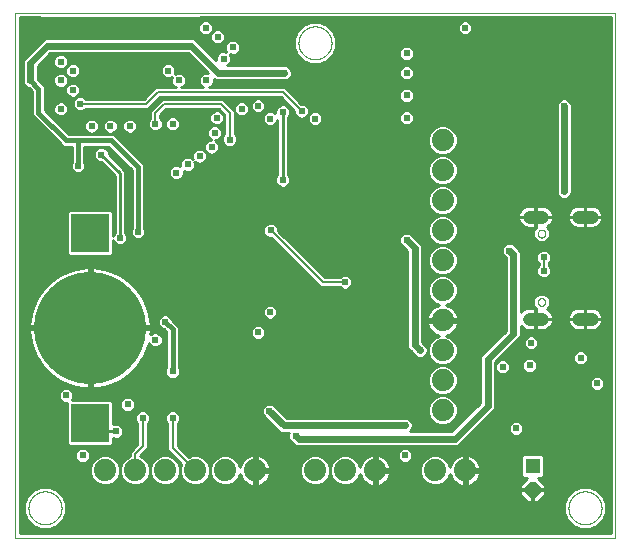
<source format=gbl>
G75*
%MOIN*%
%OFA0B0*%
%FSLAX25Y25*%
%IPPOS*%
%LPD*%
%AMOC8*
5,1,8,0,0,1.08239X$1,22.5*
%
%ADD10C,0.00000*%
%ADD11C,0.04362*%
%ADD12C,0.07400*%
%ADD13R,0.05118X0.05118*%
%ADD14OC8,0.05118*%
%ADD15R,0.12598X0.12598*%
%ADD16C,0.37402*%
%ADD17C,0.01000*%
%ADD18C,0.02381*%
%ADD19C,0.02400*%
%ADD20C,0.00800*%
%ADD21C,0.01600*%
D10*
X0002500Y0080658D02*
X0202500Y0080658D01*
X0202500Y0255658D01*
X0002500Y0255658D01*
X0002500Y0080658D01*
X0006988Y0090658D02*
X0006990Y0090806D01*
X0006996Y0090954D01*
X0007006Y0091102D01*
X0007020Y0091249D01*
X0007038Y0091396D01*
X0007059Y0091542D01*
X0007085Y0091688D01*
X0007115Y0091833D01*
X0007148Y0091977D01*
X0007186Y0092120D01*
X0007227Y0092262D01*
X0007272Y0092403D01*
X0007320Y0092543D01*
X0007373Y0092682D01*
X0007429Y0092819D01*
X0007489Y0092954D01*
X0007552Y0093088D01*
X0007619Y0093220D01*
X0007690Y0093350D01*
X0007764Y0093478D01*
X0007841Y0093604D01*
X0007922Y0093728D01*
X0008006Y0093850D01*
X0008093Y0093969D01*
X0008184Y0094086D01*
X0008278Y0094201D01*
X0008374Y0094313D01*
X0008474Y0094423D01*
X0008576Y0094529D01*
X0008682Y0094633D01*
X0008790Y0094734D01*
X0008901Y0094832D01*
X0009014Y0094928D01*
X0009130Y0095020D01*
X0009248Y0095109D01*
X0009369Y0095194D01*
X0009492Y0095277D01*
X0009617Y0095356D01*
X0009744Y0095432D01*
X0009873Y0095504D01*
X0010004Y0095573D01*
X0010137Y0095638D01*
X0010272Y0095699D01*
X0010408Y0095757D01*
X0010545Y0095812D01*
X0010684Y0095862D01*
X0010825Y0095909D01*
X0010966Y0095952D01*
X0011109Y0095992D01*
X0011253Y0096027D01*
X0011397Y0096059D01*
X0011543Y0096086D01*
X0011689Y0096110D01*
X0011836Y0096130D01*
X0011983Y0096146D01*
X0012130Y0096158D01*
X0012278Y0096166D01*
X0012426Y0096170D01*
X0012574Y0096170D01*
X0012722Y0096166D01*
X0012870Y0096158D01*
X0013017Y0096146D01*
X0013164Y0096130D01*
X0013311Y0096110D01*
X0013457Y0096086D01*
X0013603Y0096059D01*
X0013747Y0096027D01*
X0013891Y0095992D01*
X0014034Y0095952D01*
X0014175Y0095909D01*
X0014316Y0095862D01*
X0014455Y0095812D01*
X0014592Y0095757D01*
X0014728Y0095699D01*
X0014863Y0095638D01*
X0014996Y0095573D01*
X0015127Y0095504D01*
X0015256Y0095432D01*
X0015383Y0095356D01*
X0015508Y0095277D01*
X0015631Y0095194D01*
X0015752Y0095109D01*
X0015870Y0095020D01*
X0015986Y0094928D01*
X0016099Y0094832D01*
X0016210Y0094734D01*
X0016318Y0094633D01*
X0016424Y0094529D01*
X0016526Y0094423D01*
X0016626Y0094313D01*
X0016722Y0094201D01*
X0016816Y0094086D01*
X0016907Y0093969D01*
X0016994Y0093850D01*
X0017078Y0093728D01*
X0017159Y0093604D01*
X0017236Y0093478D01*
X0017310Y0093350D01*
X0017381Y0093220D01*
X0017448Y0093088D01*
X0017511Y0092954D01*
X0017571Y0092819D01*
X0017627Y0092682D01*
X0017680Y0092543D01*
X0017728Y0092403D01*
X0017773Y0092262D01*
X0017814Y0092120D01*
X0017852Y0091977D01*
X0017885Y0091833D01*
X0017915Y0091688D01*
X0017941Y0091542D01*
X0017962Y0091396D01*
X0017980Y0091249D01*
X0017994Y0091102D01*
X0018004Y0090954D01*
X0018010Y0090806D01*
X0018012Y0090658D01*
X0018010Y0090510D01*
X0018004Y0090362D01*
X0017994Y0090214D01*
X0017980Y0090067D01*
X0017962Y0089920D01*
X0017941Y0089774D01*
X0017915Y0089628D01*
X0017885Y0089483D01*
X0017852Y0089339D01*
X0017814Y0089196D01*
X0017773Y0089054D01*
X0017728Y0088913D01*
X0017680Y0088773D01*
X0017627Y0088634D01*
X0017571Y0088497D01*
X0017511Y0088362D01*
X0017448Y0088228D01*
X0017381Y0088096D01*
X0017310Y0087966D01*
X0017236Y0087838D01*
X0017159Y0087712D01*
X0017078Y0087588D01*
X0016994Y0087466D01*
X0016907Y0087347D01*
X0016816Y0087230D01*
X0016722Y0087115D01*
X0016626Y0087003D01*
X0016526Y0086893D01*
X0016424Y0086787D01*
X0016318Y0086683D01*
X0016210Y0086582D01*
X0016099Y0086484D01*
X0015986Y0086388D01*
X0015870Y0086296D01*
X0015752Y0086207D01*
X0015631Y0086122D01*
X0015508Y0086039D01*
X0015383Y0085960D01*
X0015256Y0085884D01*
X0015127Y0085812D01*
X0014996Y0085743D01*
X0014863Y0085678D01*
X0014728Y0085617D01*
X0014592Y0085559D01*
X0014455Y0085504D01*
X0014316Y0085454D01*
X0014175Y0085407D01*
X0014034Y0085364D01*
X0013891Y0085324D01*
X0013747Y0085289D01*
X0013603Y0085257D01*
X0013457Y0085230D01*
X0013311Y0085206D01*
X0013164Y0085186D01*
X0013017Y0085170D01*
X0012870Y0085158D01*
X0012722Y0085150D01*
X0012574Y0085146D01*
X0012426Y0085146D01*
X0012278Y0085150D01*
X0012130Y0085158D01*
X0011983Y0085170D01*
X0011836Y0085186D01*
X0011689Y0085206D01*
X0011543Y0085230D01*
X0011397Y0085257D01*
X0011253Y0085289D01*
X0011109Y0085324D01*
X0010966Y0085364D01*
X0010825Y0085407D01*
X0010684Y0085454D01*
X0010545Y0085504D01*
X0010408Y0085559D01*
X0010272Y0085617D01*
X0010137Y0085678D01*
X0010004Y0085743D01*
X0009873Y0085812D01*
X0009744Y0085884D01*
X0009617Y0085960D01*
X0009492Y0086039D01*
X0009369Y0086122D01*
X0009248Y0086207D01*
X0009130Y0086296D01*
X0009014Y0086388D01*
X0008901Y0086484D01*
X0008790Y0086582D01*
X0008682Y0086683D01*
X0008576Y0086787D01*
X0008474Y0086893D01*
X0008374Y0087003D01*
X0008278Y0087115D01*
X0008184Y0087230D01*
X0008093Y0087347D01*
X0008006Y0087466D01*
X0007922Y0087588D01*
X0007841Y0087712D01*
X0007764Y0087838D01*
X0007690Y0087966D01*
X0007619Y0088096D01*
X0007552Y0088228D01*
X0007489Y0088362D01*
X0007429Y0088497D01*
X0007373Y0088634D01*
X0007320Y0088773D01*
X0007272Y0088913D01*
X0007227Y0089054D01*
X0007186Y0089196D01*
X0007148Y0089339D01*
X0007115Y0089483D01*
X0007085Y0089628D01*
X0007059Y0089774D01*
X0007038Y0089920D01*
X0007020Y0090067D01*
X0007006Y0090214D01*
X0006996Y0090362D01*
X0006990Y0090510D01*
X0006988Y0090658D01*
X0096988Y0245658D02*
X0096990Y0245806D01*
X0096996Y0245954D01*
X0097006Y0246102D01*
X0097020Y0246249D01*
X0097038Y0246396D01*
X0097059Y0246542D01*
X0097085Y0246688D01*
X0097115Y0246833D01*
X0097148Y0246977D01*
X0097186Y0247120D01*
X0097227Y0247262D01*
X0097272Y0247403D01*
X0097320Y0247543D01*
X0097373Y0247682D01*
X0097429Y0247819D01*
X0097489Y0247954D01*
X0097552Y0248088D01*
X0097619Y0248220D01*
X0097690Y0248350D01*
X0097764Y0248478D01*
X0097841Y0248604D01*
X0097922Y0248728D01*
X0098006Y0248850D01*
X0098093Y0248969D01*
X0098184Y0249086D01*
X0098278Y0249201D01*
X0098374Y0249313D01*
X0098474Y0249423D01*
X0098576Y0249529D01*
X0098682Y0249633D01*
X0098790Y0249734D01*
X0098901Y0249832D01*
X0099014Y0249928D01*
X0099130Y0250020D01*
X0099248Y0250109D01*
X0099369Y0250194D01*
X0099492Y0250277D01*
X0099617Y0250356D01*
X0099744Y0250432D01*
X0099873Y0250504D01*
X0100004Y0250573D01*
X0100137Y0250638D01*
X0100272Y0250699D01*
X0100408Y0250757D01*
X0100545Y0250812D01*
X0100684Y0250862D01*
X0100825Y0250909D01*
X0100966Y0250952D01*
X0101109Y0250992D01*
X0101253Y0251027D01*
X0101397Y0251059D01*
X0101543Y0251086D01*
X0101689Y0251110D01*
X0101836Y0251130D01*
X0101983Y0251146D01*
X0102130Y0251158D01*
X0102278Y0251166D01*
X0102426Y0251170D01*
X0102574Y0251170D01*
X0102722Y0251166D01*
X0102870Y0251158D01*
X0103017Y0251146D01*
X0103164Y0251130D01*
X0103311Y0251110D01*
X0103457Y0251086D01*
X0103603Y0251059D01*
X0103747Y0251027D01*
X0103891Y0250992D01*
X0104034Y0250952D01*
X0104175Y0250909D01*
X0104316Y0250862D01*
X0104455Y0250812D01*
X0104592Y0250757D01*
X0104728Y0250699D01*
X0104863Y0250638D01*
X0104996Y0250573D01*
X0105127Y0250504D01*
X0105256Y0250432D01*
X0105383Y0250356D01*
X0105508Y0250277D01*
X0105631Y0250194D01*
X0105752Y0250109D01*
X0105870Y0250020D01*
X0105986Y0249928D01*
X0106099Y0249832D01*
X0106210Y0249734D01*
X0106318Y0249633D01*
X0106424Y0249529D01*
X0106526Y0249423D01*
X0106626Y0249313D01*
X0106722Y0249201D01*
X0106816Y0249086D01*
X0106907Y0248969D01*
X0106994Y0248850D01*
X0107078Y0248728D01*
X0107159Y0248604D01*
X0107236Y0248478D01*
X0107310Y0248350D01*
X0107381Y0248220D01*
X0107448Y0248088D01*
X0107511Y0247954D01*
X0107571Y0247819D01*
X0107627Y0247682D01*
X0107680Y0247543D01*
X0107728Y0247403D01*
X0107773Y0247262D01*
X0107814Y0247120D01*
X0107852Y0246977D01*
X0107885Y0246833D01*
X0107915Y0246688D01*
X0107941Y0246542D01*
X0107962Y0246396D01*
X0107980Y0246249D01*
X0107994Y0246102D01*
X0108004Y0245954D01*
X0108010Y0245806D01*
X0108012Y0245658D01*
X0108010Y0245510D01*
X0108004Y0245362D01*
X0107994Y0245214D01*
X0107980Y0245067D01*
X0107962Y0244920D01*
X0107941Y0244774D01*
X0107915Y0244628D01*
X0107885Y0244483D01*
X0107852Y0244339D01*
X0107814Y0244196D01*
X0107773Y0244054D01*
X0107728Y0243913D01*
X0107680Y0243773D01*
X0107627Y0243634D01*
X0107571Y0243497D01*
X0107511Y0243362D01*
X0107448Y0243228D01*
X0107381Y0243096D01*
X0107310Y0242966D01*
X0107236Y0242838D01*
X0107159Y0242712D01*
X0107078Y0242588D01*
X0106994Y0242466D01*
X0106907Y0242347D01*
X0106816Y0242230D01*
X0106722Y0242115D01*
X0106626Y0242003D01*
X0106526Y0241893D01*
X0106424Y0241787D01*
X0106318Y0241683D01*
X0106210Y0241582D01*
X0106099Y0241484D01*
X0105986Y0241388D01*
X0105870Y0241296D01*
X0105752Y0241207D01*
X0105631Y0241122D01*
X0105508Y0241039D01*
X0105383Y0240960D01*
X0105256Y0240884D01*
X0105127Y0240812D01*
X0104996Y0240743D01*
X0104863Y0240678D01*
X0104728Y0240617D01*
X0104592Y0240559D01*
X0104455Y0240504D01*
X0104316Y0240454D01*
X0104175Y0240407D01*
X0104034Y0240364D01*
X0103891Y0240324D01*
X0103747Y0240289D01*
X0103603Y0240257D01*
X0103457Y0240230D01*
X0103311Y0240206D01*
X0103164Y0240186D01*
X0103017Y0240170D01*
X0102870Y0240158D01*
X0102722Y0240150D01*
X0102574Y0240146D01*
X0102426Y0240146D01*
X0102278Y0240150D01*
X0102130Y0240158D01*
X0101983Y0240170D01*
X0101836Y0240186D01*
X0101689Y0240206D01*
X0101543Y0240230D01*
X0101397Y0240257D01*
X0101253Y0240289D01*
X0101109Y0240324D01*
X0100966Y0240364D01*
X0100825Y0240407D01*
X0100684Y0240454D01*
X0100545Y0240504D01*
X0100408Y0240559D01*
X0100272Y0240617D01*
X0100137Y0240678D01*
X0100004Y0240743D01*
X0099873Y0240812D01*
X0099744Y0240884D01*
X0099617Y0240960D01*
X0099492Y0241039D01*
X0099369Y0241122D01*
X0099248Y0241207D01*
X0099130Y0241296D01*
X0099014Y0241388D01*
X0098901Y0241484D01*
X0098790Y0241582D01*
X0098682Y0241683D01*
X0098576Y0241787D01*
X0098474Y0241893D01*
X0098374Y0242003D01*
X0098278Y0242115D01*
X0098184Y0242230D01*
X0098093Y0242347D01*
X0098006Y0242466D01*
X0097922Y0242588D01*
X0097841Y0242712D01*
X0097764Y0242838D01*
X0097690Y0242966D01*
X0097619Y0243096D01*
X0097552Y0243228D01*
X0097489Y0243362D01*
X0097429Y0243497D01*
X0097373Y0243634D01*
X0097320Y0243773D01*
X0097272Y0243913D01*
X0097227Y0244054D01*
X0097186Y0244196D01*
X0097148Y0244339D01*
X0097115Y0244483D01*
X0097085Y0244628D01*
X0097059Y0244774D01*
X0097038Y0244920D01*
X0097020Y0245067D01*
X0097006Y0245214D01*
X0096996Y0245362D01*
X0096990Y0245510D01*
X0096988Y0245658D01*
X0176732Y0182036D02*
X0176734Y0182107D01*
X0176740Y0182178D01*
X0176750Y0182249D01*
X0176764Y0182318D01*
X0176781Y0182387D01*
X0176803Y0182455D01*
X0176828Y0182522D01*
X0176857Y0182587D01*
X0176889Y0182650D01*
X0176925Y0182712D01*
X0176964Y0182771D01*
X0177007Y0182828D01*
X0177052Y0182883D01*
X0177101Y0182935D01*
X0177152Y0182984D01*
X0177206Y0183030D01*
X0177263Y0183074D01*
X0177321Y0183114D01*
X0177382Y0183150D01*
X0177445Y0183184D01*
X0177510Y0183213D01*
X0177576Y0183239D01*
X0177644Y0183262D01*
X0177712Y0183280D01*
X0177782Y0183295D01*
X0177852Y0183306D01*
X0177923Y0183313D01*
X0177994Y0183316D01*
X0178065Y0183315D01*
X0178136Y0183310D01*
X0178207Y0183301D01*
X0178277Y0183288D01*
X0178346Y0183272D01*
X0178414Y0183251D01*
X0178481Y0183227D01*
X0178547Y0183199D01*
X0178610Y0183167D01*
X0178672Y0183132D01*
X0178732Y0183094D01*
X0178790Y0183052D01*
X0178845Y0183008D01*
X0178898Y0182960D01*
X0178948Y0182909D01*
X0178995Y0182856D01*
X0179039Y0182800D01*
X0179080Y0182742D01*
X0179118Y0182681D01*
X0179152Y0182619D01*
X0179182Y0182554D01*
X0179209Y0182489D01*
X0179233Y0182421D01*
X0179252Y0182353D01*
X0179268Y0182284D01*
X0179280Y0182213D01*
X0179288Y0182143D01*
X0179292Y0182072D01*
X0179292Y0182000D01*
X0179288Y0181929D01*
X0179280Y0181859D01*
X0179268Y0181788D01*
X0179252Y0181719D01*
X0179233Y0181651D01*
X0179209Y0181583D01*
X0179182Y0181518D01*
X0179152Y0181453D01*
X0179118Y0181391D01*
X0179080Y0181330D01*
X0179039Y0181272D01*
X0178995Y0181216D01*
X0178948Y0181163D01*
X0178898Y0181112D01*
X0178845Y0181064D01*
X0178790Y0181020D01*
X0178732Y0180978D01*
X0178672Y0180940D01*
X0178610Y0180905D01*
X0178547Y0180873D01*
X0178481Y0180845D01*
X0178414Y0180821D01*
X0178346Y0180800D01*
X0178277Y0180784D01*
X0178207Y0180771D01*
X0178136Y0180762D01*
X0178065Y0180757D01*
X0177994Y0180756D01*
X0177923Y0180759D01*
X0177852Y0180766D01*
X0177782Y0180777D01*
X0177712Y0180792D01*
X0177644Y0180810D01*
X0177576Y0180833D01*
X0177510Y0180859D01*
X0177445Y0180888D01*
X0177382Y0180922D01*
X0177321Y0180958D01*
X0177263Y0180998D01*
X0177206Y0181042D01*
X0177152Y0181088D01*
X0177101Y0181137D01*
X0177052Y0181189D01*
X0177007Y0181244D01*
X0176964Y0181301D01*
X0176925Y0181360D01*
X0176889Y0181422D01*
X0176857Y0181485D01*
X0176828Y0181550D01*
X0176803Y0181617D01*
X0176781Y0181685D01*
X0176764Y0181754D01*
X0176750Y0181823D01*
X0176740Y0181894D01*
X0176734Y0181965D01*
X0176732Y0182036D01*
X0176732Y0159280D02*
X0176734Y0159351D01*
X0176740Y0159422D01*
X0176750Y0159493D01*
X0176764Y0159562D01*
X0176781Y0159631D01*
X0176803Y0159699D01*
X0176828Y0159766D01*
X0176857Y0159831D01*
X0176889Y0159894D01*
X0176925Y0159956D01*
X0176964Y0160015D01*
X0177007Y0160072D01*
X0177052Y0160127D01*
X0177101Y0160179D01*
X0177152Y0160228D01*
X0177206Y0160274D01*
X0177263Y0160318D01*
X0177321Y0160358D01*
X0177382Y0160394D01*
X0177445Y0160428D01*
X0177510Y0160457D01*
X0177576Y0160483D01*
X0177644Y0160506D01*
X0177712Y0160524D01*
X0177782Y0160539D01*
X0177852Y0160550D01*
X0177923Y0160557D01*
X0177994Y0160560D01*
X0178065Y0160559D01*
X0178136Y0160554D01*
X0178207Y0160545D01*
X0178277Y0160532D01*
X0178346Y0160516D01*
X0178414Y0160495D01*
X0178481Y0160471D01*
X0178547Y0160443D01*
X0178610Y0160411D01*
X0178672Y0160376D01*
X0178732Y0160338D01*
X0178790Y0160296D01*
X0178845Y0160252D01*
X0178898Y0160204D01*
X0178948Y0160153D01*
X0178995Y0160100D01*
X0179039Y0160044D01*
X0179080Y0159986D01*
X0179118Y0159925D01*
X0179152Y0159863D01*
X0179182Y0159798D01*
X0179209Y0159733D01*
X0179233Y0159665D01*
X0179252Y0159597D01*
X0179268Y0159528D01*
X0179280Y0159457D01*
X0179288Y0159387D01*
X0179292Y0159316D01*
X0179292Y0159244D01*
X0179288Y0159173D01*
X0179280Y0159103D01*
X0179268Y0159032D01*
X0179252Y0158963D01*
X0179233Y0158895D01*
X0179209Y0158827D01*
X0179182Y0158762D01*
X0179152Y0158697D01*
X0179118Y0158635D01*
X0179080Y0158574D01*
X0179039Y0158516D01*
X0178995Y0158460D01*
X0178948Y0158407D01*
X0178898Y0158356D01*
X0178845Y0158308D01*
X0178790Y0158264D01*
X0178732Y0158222D01*
X0178672Y0158184D01*
X0178610Y0158149D01*
X0178547Y0158117D01*
X0178481Y0158089D01*
X0178414Y0158065D01*
X0178346Y0158044D01*
X0178277Y0158028D01*
X0178207Y0158015D01*
X0178136Y0158006D01*
X0178065Y0158001D01*
X0177994Y0158000D01*
X0177923Y0158003D01*
X0177852Y0158010D01*
X0177782Y0158021D01*
X0177712Y0158036D01*
X0177644Y0158054D01*
X0177576Y0158077D01*
X0177510Y0158103D01*
X0177445Y0158132D01*
X0177382Y0158166D01*
X0177321Y0158202D01*
X0177263Y0158242D01*
X0177206Y0158286D01*
X0177152Y0158332D01*
X0177101Y0158381D01*
X0177052Y0158433D01*
X0177007Y0158488D01*
X0176964Y0158545D01*
X0176925Y0158604D01*
X0176889Y0158666D01*
X0176857Y0158729D01*
X0176828Y0158794D01*
X0176803Y0158861D01*
X0176781Y0158929D01*
X0176764Y0158998D01*
X0176750Y0159067D01*
X0176740Y0159138D01*
X0176734Y0159209D01*
X0176732Y0159280D01*
X0186988Y0090658D02*
X0186990Y0090806D01*
X0186996Y0090954D01*
X0187006Y0091102D01*
X0187020Y0091249D01*
X0187038Y0091396D01*
X0187059Y0091542D01*
X0187085Y0091688D01*
X0187115Y0091833D01*
X0187148Y0091977D01*
X0187186Y0092120D01*
X0187227Y0092262D01*
X0187272Y0092403D01*
X0187320Y0092543D01*
X0187373Y0092682D01*
X0187429Y0092819D01*
X0187489Y0092954D01*
X0187552Y0093088D01*
X0187619Y0093220D01*
X0187690Y0093350D01*
X0187764Y0093478D01*
X0187841Y0093604D01*
X0187922Y0093728D01*
X0188006Y0093850D01*
X0188093Y0093969D01*
X0188184Y0094086D01*
X0188278Y0094201D01*
X0188374Y0094313D01*
X0188474Y0094423D01*
X0188576Y0094529D01*
X0188682Y0094633D01*
X0188790Y0094734D01*
X0188901Y0094832D01*
X0189014Y0094928D01*
X0189130Y0095020D01*
X0189248Y0095109D01*
X0189369Y0095194D01*
X0189492Y0095277D01*
X0189617Y0095356D01*
X0189744Y0095432D01*
X0189873Y0095504D01*
X0190004Y0095573D01*
X0190137Y0095638D01*
X0190272Y0095699D01*
X0190408Y0095757D01*
X0190545Y0095812D01*
X0190684Y0095862D01*
X0190825Y0095909D01*
X0190966Y0095952D01*
X0191109Y0095992D01*
X0191253Y0096027D01*
X0191397Y0096059D01*
X0191543Y0096086D01*
X0191689Y0096110D01*
X0191836Y0096130D01*
X0191983Y0096146D01*
X0192130Y0096158D01*
X0192278Y0096166D01*
X0192426Y0096170D01*
X0192574Y0096170D01*
X0192722Y0096166D01*
X0192870Y0096158D01*
X0193017Y0096146D01*
X0193164Y0096130D01*
X0193311Y0096110D01*
X0193457Y0096086D01*
X0193603Y0096059D01*
X0193747Y0096027D01*
X0193891Y0095992D01*
X0194034Y0095952D01*
X0194175Y0095909D01*
X0194316Y0095862D01*
X0194455Y0095812D01*
X0194592Y0095757D01*
X0194728Y0095699D01*
X0194863Y0095638D01*
X0194996Y0095573D01*
X0195127Y0095504D01*
X0195256Y0095432D01*
X0195383Y0095356D01*
X0195508Y0095277D01*
X0195631Y0095194D01*
X0195752Y0095109D01*
X0195870Y0095020D01*
X0195986Y0094928D01*
X0196099Y0094832D01*
X0196210Y0094734D01*
X0196318Y0094633D01*
X0196424Y0094529D01*
X0196526Y0094423D01*
X0196626Y0094313D01*
X0196722Y0094201D01*
X0196816Y0094086D01*
X0196907Y0093969D01*
X0196994Y0093850D01*
X0197078Y0093728D01*
X0197159Y0093604D01*
X0197236Y0093478D01*
X0197310Y0093350D01*
X0197381Y0093220D01*
X0197448Y0093088D01*
X0197511Y0092954D01*
X0197571Y0092819D01*
X0197627Y0092682D01*
X0197680Y0092543D01*
X0197728Y0092403D01*
X0197773Y0092262D01*
X0197814Y0092120D01*
X0197852Y0091977D01*
X0197885Y0091833D01*
X0197915Y0091688D01*
X0197941Y0091542D01*
X0197962Y0091396D01*
X0197980Y0091249D01*
X0197994Y0091102D01*
X0198004Y0090954D01*
X0198010Y0090806D01*
X0198012Y0090658D01*
X0198010Y0090510D01*
X0198004Y0090362D01*
X0197994Y0090214D01*
X0197980Y0090067D01*
X0197962Y0089920D01*
X0197941Y0089774D01*
X0197915Y0089628D01*
X0197885Y0089483D01*
X0197852Y0089339D01*
X0197814Y0089196D01*
X0197773Y0089054D01*
X0197728Y0088913D01*
X0197680Y0088773D01*
X0197627Y0088634D01*
X0197571Y0088497D01*
X0197511Y0088362D01*
X0197448Y0088228D01*
X0197381Y0088096D01*
X0197310Y0087966D01*
X0197236Y0087838D01*
X0197159Y0087712D01*
X0197078Y0087588D01*
X0196994Y0087466D01*
X0196907Y0087347D01*
X0196816Y0087230D01*
X0196722Y0087115D01*
X0196626Y0087003D01*
X0196526Y0086893D01*
X0196424Y0086787D01*
X0196318Y0086683D01*
X0196210Y0086582D01*
X0196099Y0086484D01*
X0195986Y0086388D01*
X0195870Y0086296D01*
X0195752Y0086207D01*
X0195631Y0086122D01*
X0195508Y0086039D01*
X0195383Y0085960D01*
X0195256Y0085884D01*
X0195127Y0085812D01*
X0194996Y0085743D01*
X0194863Y0085678D01*
X0194728Y0085617D01*
X0194592Y0085559D01*
X0194455Y0085504D01*
X0194316Y0085454D01*
X0194175Y0085407D01*
X0194034Y0085364D01*
X0193891Y0085324D01*
X0193747Y0085289D01*
X0193603Y0085257D01*
X0193457Y0085230D01*
X0193311Y0085206D01*
X0193164Y0085186D01*
X0193017Y0085170D01*
X0192870Y0085158D01*
X0192722Y0085150D01*
X0192574Y0085146D01*
X0192426Y0085146D01*
X0192278Y0085150D01*
X0192130Y0085158D01*
X0191983Y0085170D01*
X0191836Y0085186D01*
X0191689Y0085206D01*
X0191543Y0085230D01*
X0191397Y0085257D01*
X0191253Y0085289D01*
X0191109Y0085324D01*
X0190966Y0085364D01*
X0190825Y0085407D01*
X0190684Y0085454D01*
X0190545Y0085504D01*
X0190408Y0085559D01*
X0190272Y0085617D01*
X0190137Y0085678D01*
X0190004Y0085743D01*
X0189873Y0085812D01*
X0189744Y0085884D01*
X0189617Y0085960D01*
X0189492Y0086039D01*
X0189369Y0086122D01*
X0189248Y0086207D01*
X0189130Y0086296D01*
X0189014Y0086388D01*
X0188901Y0086484D01*
X0188790Y0086582D01*
X0188682Y0086683D01*
X0188576Y0086787D01*
X0188474Y0086893D01*
X0188374Y0087003D01*
X0188278Y0087115D01*
X0188184Y0087230D01*
X0188093Y0087347D01*
X0188006Y0087466D01*
X0187922Y0087588D01*
X0187841Y0087712D01*
X0187764Y0087838D01*
X0187690Y0087966D01*
X0187619Y0088096D01*
X0187552Y0088228D01*
X0187489Y0088362D01*
X0187429Y0088497D01*
X0187373Y0088634D01*
X0187320Y0088773D01*
X0187272Y0088913D01*
X0187227Y0089054D01*
X0187186Y0089196D01*
X0187148Y0089339D01*
X0187115Y0089483D01*
X0187085Y0089628D01*
X0187059Y0089774D01*
X0187038Y0089920D01*
X0187020Y0090067D01*
X0187006Y0090214D01*
X0186996Y0090362D01*
X0186990Y0090510D01*
X0186988Y0090658D01*
D11*
X0190319Y0153650D02*
X0194681Y0153650D01*
X0178224Y0153650D02*
X0173862Y0153650D01*
X0173862Y0187666D02*
X0178224Y0187666D01*
X0190319Y0187666D02*
X0194681Y0187666D01*
D12*
X0145000Y0183158D03*
X0145000Y0173158D03*
X0145000Y0163158D03*
X0145000Y0153158D03*
X0145000Y0143158D03*
X0145000Y0133158D03*
X0145000Y0123158D03*
X0142500Y0103158D03*
X0152500Y0103158D03*
X0122500Y0103158D03*
X0112500Y0103158D03*
X0102500Y0103158D03*
X0082500Y0103158D03*
X0072500Y0103158D03*
X0062500Y0103158D03*
X0052500Y0103158D03*
X0042500Y0103158D03*
X0032500Y0103158D03*
X0145000Y0193158D03*
X0145000Y0203158D03*
X0145000Y0213158D03*
D13*
X0175000Y0104595D03*
D14*
X0175000Y0096721D03*
D15*
X0027500Y0118965D03*
X0027500Y0182351D03*
D16*
X0027500Y0150658D03*
D17*
X0028000Y0150554D02*
X0051082Y0150554D01*
X0051089Y0150547D02*
X0052005Y0150168D01*
X0052021Y0150168D01*
X0052900Y0149288D01*
X0052900Y0137580D01*
X0052889Y0137569D01*
X0052509Y0136654D01*
X0052509Y0135663D01*
X0052889Y0134747D01*
X0053589Y0134047D01*
X0054505Y0133668D01*
X0055495Y0133668D01*
X0056411Y0134047D01*
X0057111Y0134747D01*
X0057491Y0135663D01*
X0057491Y0136654D01*
X0057111Y0137569D01*
X0057100Y0137580D01*
X0057100Y0151028D01*
X0055870Y0152258D01*
X0054991Y0153137D01*
X0054991Y0153154D01*
X0054611Y0154069D01*
X0053911Y0154770D01*
X0052995Y0155149D01*
X0052005Y0155149D01*
X0051089Y0154770D01*
X0050389Y0154069D01*
X0050009Y0153154D01*
X0050009Y0152163D01*
X0050389Y0151247D01*
X0051089Y0150547D01*
X0050262Y0151552D02*
X0047700Y0151552D01*
X0047701Y0151540D02*
X0047547Y0153297D01*
X0047241Y0155035D01*
X0046784Y0156738D01*
X0046181Y0158396D01*
X0045435Y0159995D01*
X0044553Y0161522D01*
X0043542Y0162967D01*
X0042408Y0164319D01*
X0041160Y0165566D01*
X0039809Y0166700D01*
X0038364Y0167712D01*
X0036837Y0168594D01*
X0035238Y0169339D01*
X0033580Y0169942D01*
X0031876Y0170399D01*
X0030139Y0170705D01*
X0028382Y0170859D01*
X0028000Y0170859D01*
X0028000Y0151158D01*
X0047701Y0151158D01*
X0047701Y0151540D01*
X0047612Y0152551D02*
X0050009Y0152551D01*
X0050173Y0153549D02*
X0047503Y0153549D01*
X0047327Y0154548D02*
X0050868Y0154548D01*
X0054132Y0154548D02*
X0085368Y0154548D01*
X0085389Y0154497D02*
X0086089Y0153797D01*
X0087005Y0153418D01*
X0087995Y0153418D01*
X0088911Y0153797D01*
X0089611Y0154497D01*
X0089991Y0155413D01*
X0089991Y0156404D01*
X0089611Y0157319D01*
X0088911Y0158020D01*
X0087995Y0158399D01*
X0087005Y0158399D01*
X0086089Y0158020D01*
X0085389Y0157319D01*
X0085009Y0156404D01*
X0085009Y0155413D01*
X0085389Y0154497D01*
X0085009Y0155546D02*
X0047104Y0155546D01*
X0046836Y0156545D02*
X0085068Y0156545D01*
X0085613Y0157544D02*
X0046491Y0157544D01*
X0046113Y0158542D02*
X0133250Y0158542D01*
X0133250Y0157544D02*
X0089387Y0157544D01*
X0089932Y0156545D02*
X0133250Y0156545D01*
X0133250Y0155546D02*
X0089991Y0155546D01*
X0089632Y0154548D02*
X0133250Y0154548D01*
X0133250Y0153549D02*
X0088314Y0153549D01*
X0086686Y0153549D02*
X0054827Y0153549D01*
X0055577Y0152551D02*
X0133250Y0152551D01*
X0133250Y0151552D02*
X0084228Y0151552D01*
X0083995Y0151649D02*
X0084911Y0151270D01*
X0085611Y0150569D01*
X0085991Y0149654D01*
X0085991Y0148663D01*
X0085611Y0147747D01*
X0084911Y0147047D01*
X0083995Y0146668D01*
X0083005Y0146668D01*
X0082089Y0147047D01*
X0081389Y0147747D01*
X0081009Y0148663D01*
X0081009Y0149654D01*
X0081389Y0150569D01*
X0082089Y0151270D01*
X0083005Y0151649D01*
X0083995Y0151649D01*
X0082772Y0151552D02*
X0056576Y0151552D01*
X0057100Y0150554D02*
X0081382Y0150554D01*
X0081009Y0149555D02*
X0057100Y0149555D01*
X0057100Y0148557D02*
X0081053Y0148557D01*
X0081578Y0147558D02*
X0057100Y0147558D01*
X0057100Y0146560D02*
X0133250Y0146560D01*
X0133250Y0147558D02*
X0085422Y0147558D01*
X0085947Y0148557D02*
X0133250Y0148557D01*
X0133250Y0149555D02*
X0085991Y0149555D01*
X0085618Y0150554D02*
X0133250Y0150554D01*
X0133250Y0145561D02*
X0057100Y0145561D01*
X0057100Y0144563D02*
X0133250Y0144563D01*
X0133250Y0144411D02*
X0133631Y0143492D01*
X0134334Y0142789D01*
X0136084Y0141039D01*
X0137003Y0140658D01*
X0137997Y0140658D01*
X0138916Y0141039D01*
X0139619Y0141742D01*
X0140000Y0142661D01*
X0140000Y0143655D01*
X0139619Y0144574D01*
X0138250Y0145944D01*
X0138250Y0177655D01*
X0137869Y0178574D01*
X0134416Y0182028D01*
X0133497Y0182408D01*
X0132503Y0182408D01*
X0131584Y0182028D01*
X0130881Y0181324D01*
X0130500Y0180405D01*
X0130500Y0179411D01*
X0130881Y0178492D01*
X0133250Y0176123D01*
X0133250Y0144411D01*
X0133601Y0143564D02*
X0057100Y0143564D01*
X0057100Y0142566D02*
X0134557Y0142566D01*
X0135555Y0141567D02*
X0057100Y0141567D01*
X0057100Y0140569D02*
X0140661Y0140569D01*
X0140761Y0140326D02*
X0142168Y0138919D01*
X0144005Y0138158D01*
X0142168Y0137397D01*
X0140761Y0135990D01*
X0140000Y0134153D01*
X0140000Y0132164D01*
X0140761Y0130326D01*
X0142168Y0128919D01*
X0144005Y0128158D01*
X0142168Y0127397D01*
X0140761Y0125990D01*
X0140000Y0124153D01*
X0140000Y0122164D01*
X0140761Y0120326D01*
X0142168Y0118919D01*
X0144005Y0118158D01*
X0145995Y0118158D01*
X0147832Y0118919D01*
X0149239Y0120326D01*
X0150000Y0122164D01*
X0150000Y0124153D01*
X0149239Y0125990D01*
X0147832Y0127397D01*
X0145995Y0128158D01*
X0144005Y0128158D01*
X0145995Y0128158D01*
X0147832Y0128919D01*
X0149239Y0130326D01*
X0150000Y0132164D01*
X0150000Y0134153D01*
X0149239Y0135990D01*
X0147832Y0137397D01*
X0145995Y0138158D01*
X0144005Y0138158D01*
X0145995Y0138158D01*
X0147832Y0138919D01*
X0149239Y0140326D01*
X0150000Y0142164D01*
X0150000Y0144153D01*
X0149239Y0145990D01*
X0147832Y0147397D01*
X0146182Y0148081D01*
X0146218Y0148086D01*
X0146996Y0148339D01*
X0147725Y0148711D01*
X0148388Y0149192D01*
X0148966Y0149771D01*
X0149447Y0150433D01*
X0149819Y0151162D01*
X0150072Y0151940D01*
X0150186Y0152658D01*
X0145500Y0152658D01*
X0145500Y0153658D01*
X0150186Y0153658D01*
X0150072Y0154376D01*
X0149819Y0155154D01*
X0149447Y0155884D01*
X0148966Y0156546D01*
X0148388Y0157124D01*
X0147725Y0157606D01*
X0146996Y0157977D01*
X0146218Y0158230D01*
X0146182Y0158236D01*
X0147832Y0158919D01*
X0149239Y0160326D01*
X0150000Y0162164D01*
X0150000Y0164153D01*
X0149239Y0165990D01*
X0147832Y0167397D01*
X0145995Y0168158D01*
X0144005Y0168158D01*
X0142168Y0167397D01*
X0140761Y0165990D01*
X0140000Y0164153D01*
X0140000Y0162164D01*
X0140761Y0160326D01*
X0142168Y0158919D01*
X0143818Y0158236D01*
X0143782Y0158230D01*
X0143004Y0157977D01*
X0142275Y0157606D01*
X0141612Y0157124D01*
X0141034Y0156546D01*
X0140553Y0155884D01*
X0140181Y0155154D01*
X0139928Y0154376D01*
X0139814Y0153658D01*
X0144500Y0153658D01*
X0144500Y0152658D01*
X0139814Y0152658D01*
X0139928Y0151940D01*
X0140181Y0151162D01*
X0140553Y0150433D01*
X0141034Y0149771D01*
X0141612Y0149192D01*
X0142275Y0148711D01*
X0143004Y0148339D01*
X0143782Y0148086D01*
X0143818Y0148081D01*
X0142168Y0147397D01*
X0140761Y0145990D01*
X0140000Y0144153D01*
X0140000Y0142164D01*
X0140761Y0140326D01*
X0141517Y0139570D02*
X0057100Y0139570D01*
X0057100Y0138572D02*
X0143007Y0138572D01*
X0142594Y0137573D02*
X0057107Y0137573D01*
X0057491Y0136575D02*
X0141346Y0136575D01*
X0140590Y0135576D02*
X0057455Y0135576D01*
X0056942Y0134578D02*
X0140176Y0134578D01*
X0140000Y0133579D02*
X0038320Y0133579D01*
X0038364Y0133605D02*
X0039809Y0134617D01*
X0041160Y0135750D01*
X0042408Y0136998D01*
X0043542Y0138349D01*
X0044553Y0139794D01*
X0045435Y0141322D01*
X0046181Y0142920D01*
X0046784Y0144578D01*
X0047032Y0145504D01*
X0047139Y0145247D01*
X0047839Y0144547D01*
X0048755Y0144168D01*
X0049745Y0144168D01*
X0050661Y0144547D01*
X0051361Y0145247D01*
X0051741Y0146163D01*
X0051741Y0147154D01*
X0051361Y0148069D01*
X0050661Y0148770D01*
X0049745Y0149149D01*
X0048755Y0149149D01*
X0047839Y0148770D01*
X0047591Y0148521D01*
X0047701Y0149776D01*
X0047701Y0150158D01*
X0028000Y0150158D01*
X0028000Y0130457D01*
X0028382Y0130457D01*
X0030139Y0130611D01*
X0031876Y0130917D01*
X0033580Y0131374D01*
X0035238Y0131977D01*
X0036837Y0132723D01*
X0038364Y0133605D01*
X0039754Y0134578D02*
X0053058Y0134578D01*
X0052545Y0135576D02*
X0040953Y0135576D01*
X0041985Y0136575D02*
X0052509Y0136575D01*
X0052893Y0137573D02*
X0042891Y0137573D01*
X0043698Y0138572D02*
X0052900Y0138572D01*
X0052900Y0139570D02*
X0044397Y0139570D01*
X0045001Y0140569D02*
X0052900Y0140569D01*
X0052900Y0141567D02*
X0045550Y0141567D01*
X0046016Y0142566D02*
X0052900Y0142566D01*
X0052900Y0143564D02*
X0046415Y0143564D01*
X0046779Y0144563D02*
X0047823Y0144563D01*
X0050677Y0144563D02*
X0052900Y0144563D01*
X0052900Y0145561D02*
X0051491Y0145561D01*
X0051741Y0146560D02*
X0052900Y0146560D01*
X0052900Y0147558D02*
X0051573Y0147558D01*
X0050873Y0148557D02*
X0052900Y0148557D01*
X0052633Y0149555D02*
X0047681Y0149555D01*
X0047627Y0148557D02*
X0047594Y0148557D01*
X0045647Y0159541D02*
X0133250Y0159541D01*
X0133250Y0160539D02*
X0045121Y0160539D01*
X0044543Y0161538D02*
X0133250Y0161538D01*
X0133250Y0162536D02*
X0043844Y0162536D01*
X0043066Y0163535D02*
X0111722Y0163535D01*
X0112005Y0163418D02*
X0112995Y0163418D01*
X0113911Y0163797D01*
X0114611Y0164497D01*
X0114991Y0165413D01*
X0114991Y0166404D01*
X0114611Y0167319D01*
X0113911Y0168020D01*
X0112995Y0168399D01*
X0112005Y0168399D01*
X0111089Y0168020D01*
X0110678Y0167608D01*
X0105704Y0167608D01*
X0090241Y0183072D01*
X0090241Y0183654D01*
X0089861Y0184569D01*
X0089161Y0185270D01*
X0088245Y0185649D01*
X0087255Y0185649D01*
X0086339Y0185270D01*
X0085639Y0184569D01*
X0085259Y0183654D01*
X0085259Y0182663D01*
X0085639Y0181747D01*
X0086339Y0181047D01*
X0087255Y0180668D01*
X0087836Y0180668D01*
X0104296Y0164208D01*
X0110678Y0164208D01*
X0111089Y0163797D01*
X0112005Y0163418D01*
X0113278Y0163535D02*
X0133250Y0163535D01*
X0133250Y0164533D02*
X0114626Y0164533D01*
X0114991Y0165532D02*
X0133250Y0165532D01*
X0133250Y0166530D02*
X0114938Y0166530D01*
X0114402Y0167529D02*
X0133250Y0167529D01*
X0133250Y0168527D02*
X0104785Y0168527D01*
X0103787Y0169526D02*
X0133250Y0169526D01*
X0133250Y0170524D02*
X0102788Y0170524D01*
X0101790Y0171523D02*
X0133250Y0171523D01*
X0133250Y0172521D02*
X0100791Y0172521D01*
X0099793Y0173520D02*
X0133250Y0173520D01*
X0133250Y0174518D02*
X0098794Y0174518D01*
X0097796Y0175517D02*
X0133250Y0175517D01*
X0132857Y0176515D02*
X0096797Y0176515D01*
X0095799Y0177514D02*
X0131859Y0177514D01*
X0130872Y0178512D02*
X0094800Y0178512D01*
X0093802Y0179511D02*
X0130500Y0179511D01*
X0130543Y0180509D02*
X0092803Y0180509D01*
X0091805Y0181508D02*
X0131064Y0181508D01*
X0134936Y0181508D02*
X0140272Y0181508D01*
X0140000Y0182164D02*
X0140761Y0180326D01*
X0142168Y0178919D01*
X0144005Y0178158D01*
X0142168Y0177397D01*
X0140761Y0175990D01*
X0140000Y0174153D01*
X0140000Y0172164D01*
X0140761Y0170326D01*
X0142168Y0168919D01*
X0144005Y0168158D01*
X0145995Y0168158D01*
X0147832Y0168919D01*
X0149239Y0170326D01*
X0150000Y0172164D01*
X0150000Y0174153D01*
X0149239Y0175990D01*
X0147832Y0177397D01*
X0145995Y0178158D01*
X0144005Y0178158D01*
X0145995Y0178158D01*
X0147832Y0178919D01*
X0149239Y0180326D01*
X0150000Y0182164D01*
X0150000Y0184153D01*
X0149239Y0185990D01*
X0147832Y0187397D01*
X0145995Y0188158D01*
X0144005Y0188158D01*
X0142168Y0187397D01*
X0140761Y0185990D01*
X0140000Y0184153D01*
X0140000Y0182164D01*
X0140000Y0182506D02*
X0090806Y0182506D01*
X0090241Y0183505D02*
X0140000Y0183505D01*
X0140145Y0184503D02*
X0089889Y0184503D01*
X0088600Y0185502D02*
X0140559Y0185502D01*
X0141271Y0186500D02*
X0045600Y0186500D01*
X0045600Y0185502D02*
X0086900Y0185502D01*
X0085611Y0184503D02*
X0045600Y0184503D01*
X0045600Y0184080D02*
X0045600Y0205028D01*
X0044370Y0206258D01*
X0035370Y0215258D01*
X0020370Y0215258D01*
X0012350Y0223278D01*
X0012350Y0231278D01*
X0010000Y0233628D01*
X0010000Y0237873D01*
X0014286Y0242158D01*
X0060214Y0242158D01*
X0066724Y0235649D01*
X0065755Y0235649D01*
X0064839Y0235270D01*
X0064139Y0234569D01*
X0063759Y0233654D01*
X0063759Y0232663D01*
X0064139Y0231747D01*
X0064839Y0231047D01*
X0065295Y0230858D01*
X0057955Y0230858D01*
X0058411Y0231047D01*
X0059111Y0231747D01*
X0059491Y0232663D01*
X0059491Y0233654D01*
X0059111Y0234569D01*
X0058411Y0235270D01*
X0057495Y0235649D01*
X0056505Y0235649D01*
X0055752Y0235337D01*
X0055991Y0235913D01*
X0055991Y0236904D01*
X0055611Y0237819D01*
X0054911Y0238520D01*
X0053995Y0238899D01*
X0053005Y0238899D01*
X0052089Y0238520D01*
X0051389Y0237819D01*
X0051009Y0236904D01*
X0051009Y0235913D01*
X0051389Y0234997D01*
X0052089Y0234297D01*
X0053005Y0233918D01*
X0053995Y0233918D01*
X0054748Y0234229D01*
X0054509Y0233654D01*
X0054509Y0232663D01*
X0054889Y0231747D01*
X0055589Y0231047D01*
X0056045Y0230858D01*
X0049296Y0230858D01*
X0048300Y0229862D01*
X0045546Y0227108D01*
X0026072Y0227108D01*
X0025661Y0227520D01*
X0024745Y0227899D01*
X0023755Y0227899D01*
X0022839Y0227520D01*
X0022139Y0226819D01*
X0021759Y0225904D01*
X0021759Y0224913D01*
X0022139Y0223997D01*
X0022839Y0223297D01*
X0023755Y0222918D01*
X0024745Y0222918D01*
X0025661Y0223297D01*
X0026072Y0223708D01*
X0046954Y0223708D01*
X0050704Y0227458D01*
X0091046Y0227458D01*
X0095509Y0222995D01*
X0095509Y0222413D01*
X0095889Y0221497D01*
X0096589Y0220797D01*
X0097505Y0220418D01*
X0098495Y0220418D01*
X0099411Y0220797D01*
X0100111Y0221497D01*
X0100491Y0222413D01*
X0100491Y0223404D01*
X0100111Y0224319D01*
X0099411Y0225020D01*
X0098495Y0225399D01*
X0097914Y0225399D01*
X0092454Y0230858D01*
X0067205Y0230858D01*
X0067661Y0231047D01*
X0068361Y0231747D01*
X0068741Y0232663D01*
X0068741Y0233632D01*
X0068834Y0233539D01*
X0069753Y0233158D01*
X0092747Y0233158D01*
X0093666Y0233539D01*
X0094369Y0234242D01*
X0094750Y0235161D01*
X0094750Y0236155D01*
X0094369Y0237074D01*
X0093666Y0237778D01*
X0092747Y0238158D01*
X0073076Y0238158D01*
X0073411Y0238297D01*
X0074111Y0238997D01*
X0074491Y0239913D01*
X0074491Y0240904D01*
X0074111Y0241819D01*
X0074092Y0241839D01*
X0074505Y0241668D01*
X0075495Y0241668D01*
X0076411Y0242047D01*
X0077111Y0242747D01*
X0077491Y0243663D01*
X0077491Y0244654D01*
X0077111Y0245569D01*
X0076411Y0246270D01*
X0075495Y0246649D01*
X0074505Y0246649D01*
X0073589Y0246270D01*
X0072889Y0245569D01*
X0072509Y0244654D01*
X0072509Y0243663D01*
X0072889Y0242747D01*
X0072908Y0242728D01*
X0072495Y0242899D01*
X0071505Y0242899D01*
X0070589Y0242520D01*
X0069889Y0241819D01*
X0069509Y0240904D01*
X0069509Y0239934D01*
X0062666Y0246778D01*
X0061747Y0247158D01*
X0012753Y0247158D01*
X0011834Y0246778D01*
X0011131Y0246074D01*
X0005381Y0240324D01*
X0005000Y0239405D01*
X0005000Y0232661D01*
X0005381Y0231742D01*
X0006084Y0231039D01*
X0007003Y0230658D01*
X0007030Y0230658D01*
X0008150Y0229538D01*
X0008150Y0221538D01*
X0017400Y0212288D01*
X0018630Y0211058D01*
X0021400Y0211058D01*
X0021400Y0206080D01*
X0021389Y0206069D01*
X0021009Y0205154D01*
X0021009Y0204163D01*
X0021389Y0203247D01*
X0022089Y0202547D01*
X0023005Y0202168D01*
X0023995Y0202168D01*
X0024911Y0202547D01*
X0025611Y0203247D01*
X0025991Y0204163D01*
X0025991Y0205154D01*
X0025611Y0206069D01*
X0025600Y0206080D01*
X0025600Y0211058D01*
X0033630Y0211058D01*
X0041400Y0203288D01*
X0041400Y0184080D01*
X0041389Y0184069D01*
X0041009Y0183154D01*
X0041009Y0182163D01*
X0041389Y0181247D01*
X0042089Y0180547D01*
X0043005Y0180168D01*
X0043995Y0180168D01*
X0044911Y0180547D01*
X0045611Y0181247D01*
X0045991Y0182163D01*
X0045991Y0183154D01*
X0045611Y0184069D01*
X0045600Y0184080D01*
X0045845Y0183505D02*
X0085259Y0183505D01*
X0085324Y0182506D02*
X0045991Y0182506D01*
X0045719Y0181508D02*
X0085878Y0181508D01*
X0087995Y0180509D02*
X0044820Y0180509D01*
X0042180Y0180509D02*
X0039991Y0180509D01*
X0039991Y0180163D02*
X0039991Y0181154D01*
X0039611Y0182069D01*
X0039300Y0182380D01*
X0039300Y0202904D01*
X0033741Y0208463D01*
X0033741Y0208904D01*
X0033361Y0209819D01*
X0032661Y0210520D01*
X0031745Y0210899D01*
X0030755Y0210899D01*
X0029839Y0210520D01*
X0029139Y0209819D01*
X0028759Y0208904D01*
X0028759Y0207913D01*
X0029139Y0206997D01*
X0029839Y0206297D01*
X0030755Y0205918D01*
X0031195Y0205918D01*
X0035700Y0201413D01*
X0035700Y0182380D01*
X0035389Y0182069D01*
X0035099Y0181370D01*
X0035099Y0189189D01*
X0034338Y0189950D01*
X0020662Y0189950D01*
X0019901Y0189189D01*
X0019901Y0175513D01*
X0020662Y0174752D01*
X0034338Y0174752D01*
X0035099Y0175513D01*
X0035099Y0179946D01*
X0035389Y0179247D01*
X0036089Y0178547D01*
X0037005Y0178168D01*
X0037995Y0178168D01*
X0038911Y0178547D01*
X0039611Y0179247D01*
X0039991Y0180163D01*
X0039720Y0179511D02*
X0088993Y0179511D01*
X0089992Y0178512D02*
X0038827Y0178512D01*
X0037500Y0180658D02*
X0037500Y0202158D01*
X0031250Y0208408D01*
X0028943Y0207469D02*
X0025600Y0207469D01*
X0025600Y0206471D02*
X0029665Y0206471D01*
X0028759Y0208468D02*
X0025600Y0208468D01*
X0025600Y0209466D02*
X0028992Y0209466D01*
X0029784Y0210465D02*
X0025600Y0210465D01*
X0021400Y0210465D02*
X0004000Y0210465D01*
X0004000Y0211463D02*
X0018225Y0211463D01*
X0017227Y0212462D02*
X0004000Y0212462D01*
X0004000Y0213460D02*
X0016228Y0213460D01*
X0015230Y0214459D02*
X0004000Y0214459D01*
X0004000Y0215457D02*
X0014231Y0215457D01*
X0013233Y0216456D02*
X0004000Y0216456D01*
X0004000Y0217454D02*
X0012234Y0217454D01*
X0011236Y0218453D02*
X0004000Y0218453D01*
X0004000Y0219451D02*
X0010237Y0219451D01*
X0009239Y0220450D02*
X0004000Y0220450D01*
X0004000Y0221448D02*
X0008240Y0221448D01*
X0008150Y0222447D02*
X0004000Y0222447D01*
X0004000Y0223445D02*
X0008150Y0223445D01*
X0008150Y0224444D02*
X0004000Y0224444D01*
X0004000Y0225442D02*
X0008150Y0225442D01*
X0008150Y0226441D02*
X0004000Y0226441D01*
X0004000Y0227439D02*
X0008150Y0227439D01*
X0008150Y0228438D02*
X0004000Y0228438D01*
X0004000Y0229436D02*
X0008150Y0229436D01*
X0007253Y0230435D02*
X0004000Y0230435D01*
X0004000Y0231433D02*
X0005689Y0231433D01*
X0005095Y0232432D02*
X0004000Y0232432D01*
X0004000Y0233430D02*
X0005000Y0233430D01*
X0005000Y0234429D02*
X0004000Y0234429D01*
X0004000Y0235427D02*
X0005000Y0235427D01*
X0005000Y0236426D02*
X0004000Y0236426D01*
X0004000Y0237424D02*
X0005000Y0237424D01*
X0005000Y0238423D02*
X0004000Y0238423D01*
X0004000Y0239421D02*
X0005007Y0239421D01*
X0005476Y0240420D02*
X0004000Y0240420D01*
X0004000Y0241418D02*
X0006475Y0241418D01*
X0007473Y0242417D02*
X0004000Y0242417D01*
X0004000Y0243415D02*
X0008472Y0243415D01*
X0009470Y0244414D02*
X0004000Y0244414D01*
X0004000Y0245413D02*
X0010469Y0245413D01*
X0011467Y0246411D02*
X0004000Y0246411D01*
X0004000Y0247410D02*
X0067509Y0247410D01*
X0067509Y0247163D02*
X0067889Y0246247D01*
X0068589Y0245547D01*
X0069505Y0245168D01*
X0070495Y0245168D01*
X0071411Y0245547D01*
X0072111Y0246247D01*
X0072491Y0247163D01*
X0072491Y0248154D01*
X0072111Y0249069D01*
X0071411Y0249770D01*
X0070495Y0250149D01*
X0069505Y0250149D01*
X0068589Y0249770D01*
X0068143Y0249323D01*
X0068491Y0250163D01*
X0068491Y0251154D01*
X0068111Y0252069D01*
X0067411Y0252770D01*
X0066495Y0253149D01*
X0065505Y0253149D01*
X0064589Y0252770D01*
X0063889Y0252069D01*
X0063509Y0251154D01*
X0063509Y0250163D01*
X0063889Y0249247D01*
X0064589Y0248547D01*
X0065505Y0248168D01*
X0066495Y0248168D01*
X0067411Y0248547D01*
X0067857Y0248993D01*
X0067509Y0248154D01*
X0067509Y0247163D01*
X0067821Y0246411D02*
X0063033Y0246411D01*
X0064031Y0245413D02*
X0068913Y0245413D01*
X0071087Y0245413D02*
X0072824Y0245413D01*
X0072509Y0244414D02*
X0065030Y0244414D01*
X0066028Y0243415D02*
X0072612Y0243415D01*
X0070487Y0242417D02*
X0067027Y0242417D01*
X0068025Y0241418D02*
X0069723Y0241418D01*
X0069509Y0240420D02*
X0069024Y0240420D01*
X0073537Y0238423D02*
X0201000Y0238423D01*
X0201000Y0239421D02*
X0105766Y0239421D01*
X0106472Y0239714D02*
X0108444Y0241686D01*
X0109512Y0244263D01*
X0109512Y0247053D01*
X0108444Y0249630D01*
X0106472Y0251602D01*
X0103895Y0252670D01*
X0101105Y0252670D01*
X0098528Y0251602D01*
X0096556Y0249630D01*
X0095488Y0247053D01*
X0095488Y0244263D01*
X0096556Y0241686D01*
X0098528Y0239714D01*
X0101105Y0238646D01*
X0103895Y0238646D01*
X0106472Y0239714D01*
X0107178Y0240420D02*
X0131216Y0240420D01*
X0130889Y0240747D02*
X0131589Y0240047D01*
X0132505Y0239668D01*
X0133495Y0239668D01*
X0134411Y0240047D01*
X0135111Y0240747D01*
X0135491Y0241663D01*
X0135491Y0242654D01*
X0135111Y0243569D01*
X0134411Y0244270D01*
X0133495Y0244649D01*
X0132505Y0244649D01*
X0131589Y0244270D01*
X0130889Y0243569D01*
X0130509Y0242654D01*
X0130509Y0241663D01*
X0130889Y0240747D01*
X0130611Y0241418D02*
X0108177Y0241418D01*
X0108747Y0242417D02*
X0130509Y0242417D01*
X0130825Y0243415D02*
X0109161Y0243415D01*
X0109512Y0244414D02*
X0131938Y0244414D01*
X0134062Y0244414D02*
X0201000Y0244414D01*
X0201000Y0243415D02*
X0135175Y0243415D01*
X0135491Y0242417D02*
X0201000Y0242417D01*
X0201000Y0241418D02*
X0135389Y0241418D01*
X0134784Y0240420D02*
X0201000Y0240420D01*
X0201000Y0237424D02*
X0134756Y0237424D01*
X0134411Y0237770D02*
X0133495Y0238149D01*
X0132505Y0238149D01*
X0131589Y0237770D01*
X0130889Y0237069D01*
X0130509Y0236154D01*
X0130509Y0235163D01*
X0130889Y0234247D01*
X0131589Y0233547D01*
X0132505Y0233168D01*
X0133495Y0233168D01*
X0134411Y0233547D01*
X0135111Y0234247D01*
X0135491Y0235163D01*
X0135491Y0236154D01*
X0135111Y0237069D01*
X0134411Y0237770D01*
X0135378Y0236426D02*
X0201000Y0236426D01*
X0201000Y0235427D02*
X0135491Y0235427D01*
X0135187Y0234429D02*
X0201000Y0234429D01*
X0201000Y0233430D02*
X0134130Y0233430D01*
X0131870Y0233430D02*
X0093405Y0233430D01*
X0094447Y0234429D02*
X0130813Y0234429D01*
X0130509Y0235427D02*
X0094750Y0235427D01*
X0094638Y0236426D02*
X0130622Y0236426D01*
X0131244Y0237424D02*
X0094019Y0237424D01*
X0097822Y0240420D02*
X0074491Y0240420D01*
X0074287Y0239421D02*
X0099234Y0239421D01*
X0096823Y0241418D02*
X0074277Y0241418D01*
X0076781Y0242417D02*
X0096253Y0242417D01*
X0095839Y0243415D02*
X0077388Y0243415D01*
X0077491Y0244414D02*
X0095488Y0244414D01*
X0095488Y0245413D02*
X0077176Y0245413D01*
X0076069Y0246411D02*
X0095488Y0246411D01*
X0095636Y0247410D02*
X0072491Y0247410D01*
X0072385Y0248408D02*
X0096050Y0248408D01*
X0096463Y0249407D02*
X0071774Y0249407D01*
X0072179Y0246411D02*
X0073931Y0246411D01*
X0068226Y0249407D02*
X0068177Y0249407D01*
X0068491Y0250405D02*
X0097331Y0250405D01*
X0098329Y0251404D02*
X0068387Y0251404D01*
X0067778Y0252402D02*
X0100459Y0252402D01*
X0104541Y0252402D02*
X0150722Y0252402D01*
X0150389Y0252069D02*
X0150009Y0251154D01*
X0150009Y0250163D01*
X0150389Y0249247D01*
X0151089Y0248547D01*
X0152005Y0248168D01*
X0152995Y0248168D01*
X0153911Y0248547D01*
X0154611Y0249247D01*
X0154991Y0250163D01*
X0154991Y0251154D01*
X0154611Y0252069D01*
X0153911Y0252770D01*
X0152995Y0253149D01*
X0152005Y0253149D01*
X0151089Y0252770D01*
X0150389Y0252069D01*
X0150113Y0251404D02*
X0106671Y0251404D01*
X0107669Y0250405D02*
X0150009Y0250405D01*
X0150323Y0249407D02*
X0108537Y0249407D01*
X0108950Y0248408D02*
X0151424Y0248408D01*
X0153576Y0248408D02*
X0201000Y0248408D01*
X0201000Y0247410D02*
X0109364Y0247410D01*
X0109512Y0246411D02*
X0201000Y0246411D01*
X0201000Y0245413D02*
X0109512Y0245413D01*
X0094874Y0228438D02*
X0130509Y0228438D01*
X0130509Y0228654D02*
X0130509Y0227663D01*
X0130889Y0226747D01*
X0131589Y0226047D01*
X0132505Y0225668D01*
X0133495Y0225668D01*
X0134411Y0226047D01*
X0135111Y0226747D01*
X0135491Y0227663D01*
X0135491Y0228654D01*
X0135111Y0229569D01*
X0134411Y0230270D01*
X0133495Y0230649D01*
X0132505Y0230649D01*
X0131589Y0230270D01*
X0130889Y0229569D01*
X0130509Y0228654D01*
X0130834Y0229436D02*
X0093876Y0229436D01*
X0092877Y0230435D02*
X0131988Y0230435D01*
X0134012Y0230435D02*
X0201000Y0230435D01*
X0201000Y0231433D02*
X0068047Y0231433D01*
X0068645Y0232432D02*
X0201000Y0232432D01*
X0201000Y0229436D02*
X0135166Y0229436D01*
X0135491Y0228438D02*
X0201000Y0228438D01*
X0201000Y0227439D02*
X0135398Y0227439D01*
X0134805Y0226441D02*
X0183747Y0226441D01*
X0184084Y0226778D02*
X0183381Y0226074D01*
X0183000Y0225155D01*
X0183000Y0195661D01*
X0183381Y0194742D01*
X0184084Y0194039D01*
X0185003Y0193658D01*
X0185997Y0193658D01*
X0186916Y0194039D01*
X0187619Y0194742D01*
X0188000Y0195661D01*
X0188000Y0225155D01*
X0187619Y0226074D01*
X0186916Y0226778D01*
X0185997Y0227158D01*
X0185003Y0227158D01*
X0184084Y0226778D01*
X0183119Y0225442D02*
X0097870Y0225442D01*
X0096871Y0226441D02*
X0131195Y0226441D01*
X0130602Y0227439D02*
X0095873Y0227439D01*
X0093062Y0225442D02*
X0085871Y0225442D01*
X0085991Y0225154D02*
X0085611Y0226069D01*
X0084911Y0226770D01*
X0083995Y0227149D01*
X0083005Y0227149D01*
X0082089Y0226770D01*
X0081389Y0226069D01*
X0081009Y0225154D01*
X0081009Y0224163D01*
X0081389Y0223247D01*
X0082089Y0222547D01*
X0083005Y0222168D01*
X0083995Y0222168D01*
X0084911Y0222547D01*
X0085611Y0223247D01*
X0085991Y0224163D01*
X0085991Y0225154D01*
X0085991Y0224444D02*
X0090013Y0224444D01*
X0090339Y0224770D02*
X0089639Y0224069D01*
X0089259Y0223154D01*
X0089259Y0222171D01*
X0088911Y0222520D01*
X0087995Y0222899D01*
X0087005Y0222899D01*
X0086089Y0222520D01*
X0085389Y0221819D01*
X0085009Y0220904D01*
X0085009Y0219913D01*
X0085389Y0218997D01*
X0086089Y0218297D01*
X0087005Y0217918D01*
X0087995Y0217918D01*
X0088911Y0218297D01*
X0089611Y0218997D01*
X0089950Y0219815D01*
X0089950Y0201630D01*
X0089639Y0201319D01*
X0089259Y0200404D01*
X0089259Y0199413D01*
X0089639Y0198497D01*
X0090339Y0197797D01*
X0091255Y0197418D01*
X0092245Y0197418D01*
X0093161Y0197797D01*
X0093861Y0198497D01*
X0094241Y0199413D01*
X0094241Y0200404D01*
X0093861Y0201319D01*
X0093550Y0201630D01*
X0093550Y0220936D01*
X0093861Y0221247D01*
X0094241Y0222163D01*
X0094241Y0223154D01*
X0093861Y0224069D01*
X0093161Y0224770D01*
X0092245Y0225149D01*
X0091255Y0225149D01*
X0090339Y0224770D01*
X0089380Y0223445D02*
X0085693Y0223445D01*
X0086016Y0222447D02*
X0084669Y0222447D01*
X0085235Y0221448D02*
X0079173Y0221448D01*
X0079411Y0221547D02*
X0080111Y0222247D01*
X0080491Y0223163D01*
X0080491Y0224154D01*
X0080111Y0225069D01*
X0079411Y0225770D01*
X0078495Y0226149D01*
X0077505Y0226149D01*
X0076589Y0225770D01*
X0075889Y0225069D01*
X0075509Y0224154D01*
X0075509Y0223303D01*
X0074704Y0224108D01*
X0071954Y0226858D01*
X0051546Y0226858D01*
X0050550Y0225862D01*
X0047550Y0222862D01*
X0047550Y0220480D01*
X0047139Y0220069D01*
X0046759Y0219154D01*
X0046759Y0218163D01*
X0047139Y0217247D01*
X0047839Y0216547D01*
X0048755Y0216168D01*
X0049745Y0216168D01*
X0050661Y0216547D01*
X0051361Y0217247D01*
X0051741Y0218163D01*
X0051741Y0219154D01*
X0051361Y0220069D01*
X0050950Y0220480D01*
X0050950Y0221454D01*
X0052954Y0223458D01*
X0070546Y0223458D01*
X0072300Y0221704D01*
X0072300Y0215230D01*
X0071889Y0214819D01*
X0071509Y0213904D01*
X0071509Y0212913D01*
X0071889Y0211997D01*
X0072589Y0211297D01*
X0073505Y0210918D01*
X0074495Y0210918D01*
X0075411Y0211297D01*
X0076111Y0211997D01*
X0076491Y0212913D01*
X0076491Y0213904D01*
X0076111Y0214819D01*
X0075700Y0215230D01*
X0075700Y0222703D01*
X0075889Y0222247D01*
X0076589Y0221547D01*
X0077505Y0221168D01*
X0078495Y0221168D01*
X0079411Y0221547D01*
X0080194Y0222447D02*
X0082331Y0222447D01*
X0081307Y0223445D02*
X0080491Y0223445D01*
X0080370Y0224444D02*
X0081009Y0224444D01*
X0081129Y0225442D02*
X0079738Y0225442D01*
X0081760Y0226441D02*
X0072371Y0226441D01*
X0073370Y0225442D02*
X0076262Y0225442D01*
X0075630Y0224444D02*
X0074369Y0224444D01*
X0075367Y0223445D02*
X0075509Y0223445D01*
X0075700Y0222447D02*
X0075806Y0222447D01*
X0075700Y0221448D02*
X0076827Y0221448D01*
X0075700Y0220450D02*
X0085009Y0220450D01*
X0085201Y0219451D02*
X0075700Y0219451D01*
X0075700Y0218453D02*
X0085933Y0218453D01*
X0089067Y0218453D02*
X0089950Y0218453D01*
X0089950Y0219451D02*
X0089799Y0219451D01*
X0089950Y0217454D02*
X0075700Y0217454D01*
X0075700Y0216456D02*
X0089950Y0216456D01*
X0089950Y0215457D02*
X0075700Y0215457D01*
X0076261Y0214459D02*
X0089950Y0214459D01*
X0089950Y0213460D02*
X0076491Y0213460D01*
X0076304Y0212462D02*
X0089950Y0212462D01*
X0089950Y0211463D02*
X0075577Y0211463D01*
X0072423Y0211463D02*
X0070466Y0211463D01*
X0070491Y0211404D02*
X0070111Y0212319D01*
X0069411Y0213020D01*
X0069053Y0213168D01*
X0069495Y0213168D01*
X0070411Y0213547D01*
X0071111Y0214247D01*
X0071491Y0215163D01*
X0071491Y0216154D01*
X0071111Y0217069D01*
X0070411Y0217770D01*
X0069495Y0218149D01*
X0068505Y0218149D01*
X0067589Y0217770D01*
X0066889Y0217069D01*
X0066509Y0216154D01*
X0066509Y0215163D01*
X0066889Y0214247D01*
X0067589Y0213547D01*
X0067947Y0213399D01*
X0067505Y0213399D01*
X0066589Y0213020D01*
X0065889Y0212319D01*
X0065509Y0211404D01*
X0065509Y0210413D01*
X0065857Y0209573D01*
X0065411Y0210020D01*
X0064495Y0210399D01*
X0063505Y0210399D01*
X0062589Y0210020D01*
X0061889Y0209319D01*
X0061509Y0208404D01*
X0061509Y0207413D01*
X0061680Y0207000D01*
X0061411Y0207270D01*
X0060495Y0207649D01*
X0059505Y0207649D01*
X0058589Y0207270D01*
X0057889Y0206569D01*
X0057509Y0205654D01*
X0057509Y0204663D01*
X0057550Y0204566D01*
X0056745Y0204899D01*
X0055755Y0204899D01*
X0054839Y0204520D01*
X0054139Y0203819D01*
X0053759Y0202904D01*
X0053759Y0201913D01*
X0054139Y0200997D01*
X0054839Y0200297D01*
X0055755Y0199918D01*
X0056745Y0199918D01*
X0057661Y0200297D01*
X0058361Y0200997D01*
X0058741Y0201913D01*
X0058741Y0202904D01*
X0058700Y0203001D01*
X0059505Y0202668D01*
X0060495Y0202668D01*
X0061411Y0203047D01*
X0062111Y0203747D01*
X0062491Y0204663D01*
X0062491Y0205654D01*
X0062319Y0206066D01*
X0062589Y0205797D01*
X0063505Y0205418D01*
X0064495Y0205418D01*
X0065411Y0205797D01*
X0066111Y0206497D01*
X0066491Y0207413D01*
X0066491Y0208404D01*
X0066143Y0209243D01*
X0066589Y0208797D01*
X0067505Y0208418D01*
X0068495Y0208418D01*
X0069411Y0208797D01*
X0070111Y0209497D01*
X0070491Y0210413D01*
X0070491Y0211404D01*
X0070491Y0210465D02*
X0089950Y0210465D01*
X0089950Y0209466D02*
X0070080Y0209466D01*
X0068616Y0208468D02*
X0089950Y0208468D01*
X0089950Y0207469D02*
X0066491Y0207469D01*
X0066464Y0208468D02*
X0067384Y0208468D01*
X0066085Y0206471D02*
X0089950Y0206471D01*
X0089950Y0205472D02*
X0064627Y0205472D01*
X0063373Y0205472D02*
X0062491Y0205472D01*
X0062412Y0204474D02*
X0089950Y0204474D01*
X0089950Y0203475D02*
X0061839Y0203475D01*
X0061509Y0207469D02*
X0060929Y0207469D01*
X0061536Y0208468D02*
X0042160Y0208468D01*
X0041162Y0209466D02*
X0062036Y0209466D01*
X0065509Y0210465D02*
X0040163Y0210465D01*
X0039165Y0211463D02*
X0065534Y0211463D01*
X0066031Y0212462D02*
X0038166Y0212462D01*
X0037168Y0213460D02*
X0067798Y0213460D01*
X0066801Y0214459D02*
X0036169Y0214459D01*
X0035661Y0215797D02*
X0034745Y0215418D01*
X0033755Y0215418D01*
X0032839Y0215797D01*
X0032139Y0216497D01*
X0031759Y0217413D01*
X0031759Y0218404D01*
X0032139Y0219319D01*
X0032839Y0220020D01*
X0033755Y0220399D01*
X0034745Y0220399D01*
X0035661Y0220020D01*
X0036361Y0219319D01*
X0036741Y0218404D01*
X0036741Y0217413D01*
X0036361Y0216497D01*
X0035661Y0215797D01*
X0034841Y0215457D02*
X0040159Y0215457D01*
X0040255Y0215418D02*
X0041245Y0215418D01*
X0042161Y0215797D01*
X0042861Y0216497D01*
X0043241Y0217413D01*
X0043241Y0218404D01*
X0042861Y0219319D01*
X0042161Y0220020D01*
X0041245Y0220399D01*
X0040255Y0220399D01*
X0039339Y0220020D01*
X0038639Y0219319D01*
X0038259Y0218404D01*
X0038259Y0217413D01*
X0038639Y0216497D01*
X0039339Y0215797D01*
X0040255Y0215418D01*
X0041341Y0215457D02*
X0066509Y0215457D01*
X0066635Y0216456D02*
X0056191Y0216456D01*
X0056411Y0216547D02*
X0057111Y0217247D01*
X0057491Y0218163D01*
X0057491Y0219154D01*
X0057111Y0220069D01*
X0056411Y0220770D01*
X0055495Y0221149D01*
X0054505Y0221149D01*
X0053589Y0220770D01*
X0052889Y0220069D01*
X0052509Y0219154D01*
X0052509Y0218163D01*
X0052889Y0217247D01*
X0053589Y0216547D01*
X0054505Y0216168D01*
X0055495Y0216168D01*
X0056411Y0216547D01*
X0057197Y0217454D02*
X0067274Y0217454D01*
X0068339Y0218547D02*
X0067639Y0219247D01*
X0067259Y0220163D01*
X0067259Y0221154D01*
X0067639Y0222069D01*
X0068339Y0222770D01*
X0069255Y0223149D01*
X0070245Y0223149D01*
X0071161Y0222770D01*
X0071861Y0222069D01*
X0072241Y0221154D01*
X0072241Y0220163D01*
X0071861Y0219247D01*
X0071161Y0218547D01*
X0070245Y0218168D01*
X0069255Y0218168D01*
X0068339Y0218547D01*
X0068566Y0218453D02*
X0057491Y0218453D01*
X0057367Y0219451D02*
X0067554Y0219451D01*
X0067259Y0220450D02*
X0056731Y0220450D01*
X0053269Y0220450D02*
X0050981Y0220450D01*
X0050950Y0221448D02*
X0067382Y0221448D01*
X0068016Y0222447D02*
X0051943Y0222447D01*
X0052941Y0223445D02*
X0070559Y0223445D01*
X0071484Y0222447D02*
X0071557Y0222447D01*
X0072118Y0221448D02*
X0072300Y0221448D01*
X0072300Y0220450D02*
X0072241Y0220450D01*
X0072300Y0219451D02*
X0071946Y0219451D01*
X0072300Y0218453D02*
X0070934Y0218453D01*
X0070726Y0217454D02*
X0072300Y0217454D01*
X0072300Y0216456D02*
X0071365Y0216456D01*
X0071491Y0215457D02*
X0072300Y0215457D01*
X0071739Y0214459D02*
X0071199Y0214459D01*
X0071509Y0213460D02*
X0070202Y0213460D01*
X0069969Y0212462D02*
X0071696Y0212462D01*
X0059071Y0207469D02*
X0043159Y0207469D01*
X0044157Y0206471D02*
X0057848Y0206471D01*
X0057509Y0205472D02*
X0045156Y0205472D01*
X0045600Y0204474D02*
X0054793Y0204474D01*
X0053996Y0203475D02*
X0045600Y0203475D01*
X0045600Y0202477D02*
X0053759Y0202477D01*
X0053940Y0201478D02*
X0045600Y0201478D01*
X0045600Y0200480D02*
X0054656Y0200480D01*
X0057844Y0200480D02*
X0089291Y0200480D01*
X0089259Y0199481D02*
X0045600Y0199481D01*
X0045600Y0198482D02*
X0089653Y0198482D01*
X0091094Y0197484D02*
X0045600Y0197484D01*
X0045600Y0196485D02*
X0141256Y0196485D01*
X0140761Y0195990D02*
X0140000Y0194153D01*
X0140000Y0192164D01*
X0140761Y0190326D01*
X0142168Y0188919D01*
X0144005Y0188158D01*
X0145995Y0188158D01*
X0147832Y0188919D01*
X0149239Y0190326D01*
X0150000Y0192164D01*
X0150000Y0194153D01*
X0149239Y0195990D01*
X0147832Y0197397D01*
X0145995Y0198158D01*
X0144005Y0198158D01*
X0142168Y0197397D01*
X0140761Y0195990D01*
X0140553Y0195487D02*
X0045600Y0195487D01*
X0045600Y0194488D02*
X0140139Y0194488D01*
X0140000Y0193490D02*
X0045600Y0193490D01*
X0045600Y0192491D02*
X0140000Y0192491D01*
X0140278Y0191493D02*
X0045600Y0191493D01*
X0045600Y0190494D02*
X0140691Y0190494D01*
X0141591Y0189496D02*
X0045600Y0189496D01*
X0045600Y0188497D02*
X0143186Y0188497D01*
X0142414Y0187499D02*
X0045600Y0187499D01*
X0041400Y0187499D02*
X0039300Y0187499D01*
X0039300Y0188497D02*
X0041400Y0188497D01*
X0041400Y0189496D02*
X0039300Y0189496D01*
X0039300Y0190494D02*
X0041400Y0190494D01*
X0041400Y0191493D02*
X0039300Y0191493D01*
X0039300Y0192491D02*
X0041400Y0192491D01*
X0041400Y0193490D02*
X0039300Y0193490D01*
X0039300Y0194488D02*
X0041400Y0194488D01*
X0041400Y0195487D02*
X0039300Y0195487D01*
X0039300Y0196485D02*
X0041400Y0196485D01*
X0041400Y0197484D02*
X0039300Y0197484D01*
X0039300Y0198482D02*
X0041400Y0198482D01*
X0041400Y0199481D02*
X0039300Y0199481D01*
X0039300Y0200480D02*
X0041400Y0200480D01*
X0041400Y0201478D02*
X0039300Y0201478D01*
X0039300Y0202477D02*
X0041400Y0202477D01*
X0041213Y0203475D02*
X0038729Y0203475D01*
X0037730Y0204474D02*
X0040215Y0204474D01*
X0039216Y0205472D02*
X0036732Y0205472D01*
X0035733Y0206471D02*
X0038218Y0206471D01*
X0037219Y0207469D02*
X0034735Y0207469D01*
X0033741Y0208468D02*
X0036221Y0208468D01*
X0035222Y0209466D02*
X0033508Y0209466D01*
X0034224Y0210465D02*
X0032716Y0210465D01*
X0033659Y0215457D02*
X0028591Y0215457D01*
X0028495Y0215418D02*
X0029411Y0215797D01*
X0030111Y0216497D01*
X0030491Y0217413D01*
X0030491Y0218404D01*
X0030111Y0219319D01*
X0029411Y0220020D01*
X0028495Y0220399D01*
X0027505Y0220399D01*
X0026589Y0220020D01*
X0025889Y0219319D01*
X0025509Y0218404D01*
X0025509Y0217413D01*
X0025889Y0216497D01*
X0026589Y0215797D01*
X0027505Y0215418D01*
X0028495Y0215418D01*
X0027409Y0215457D02*
X0020171Y0215457D01*
X0019172Y0216456D02*
X0025930Y0216456D01*
X0025509Y0217454D02*
X0018174Y0217454D01*
X0017175Y0218453D02*
X0025530Y0218453D01*
X0026021Y0219451D02*
X0016177Y0219451D01*
X0015178Y0220450D02*
X0047519Y0220450D01*
X0047550Y0221448D02*
X0018923Y0221448D01*
X0019161Y0221547D02*
X0019861Y0222247D01*
X0020241Y0223163D01*
X0020241Y0224154D01*
X0019861Y0225069D01*
X0019161Y0225770D01*
X0018245Y0226149D01*
X0017255Y0226149D01*
X0016339Y0225770D01*
X0015639Y0225069D01*
X0015259Y0224154D01*
X0015259Y0223163D01*
X0015639Y0222247D01*
X0016339Y0221547D01*
X0017255Y0221168D01*
X0018245Y0221168D01*
X0019161Y0221547D01*
X0019944Y0222447D02*
X0047550Y0222447D01*
X0048133Y0223445D02*
X0025809Y0223445D01*
X0022691Y0223445D02*
X0020241Y0223445D01*
X0020120Y0224444D02*
X0021954Y0224444D01*
X0021759Y0225442D02*
X0019488Y0225442D01*
X0020339Y0227797D02*
X0021255Y0227418D01*
X0022245Y0227418D01*
X0023161Y0227797D01*
X0023861Y0228497D01*
X0024241Y0229413D01*
X0024241Y0230404D01*
X0023861Y0231319D01*
X0023161Y0232020D01*
X0022245Y0232399D01*
X0021255Y0232399D01*
X0020339Y0232020D01*
X0019639Y0231319D01*
X0019259Y0230404D01*
X0019259Y0229413D01*
X0019639Y0228497D01*
X0020339Y0227797D01*
X0019698Y0228438D02*
X0012350Y0228438D01*
X0012350Y0229436D02*
X0019259Y0229436D01*
X0019272Y0230435D02*
X0012350Y0230435D01*
X0012195Y0231433D02*
X0015953Y0231433D01*
X0015639Y0231747D02*
X0016339Y0231047D01*
X0017255Y0230668D01*
X0018245Y0230668D01*
X0019161Y0231047D01*
X0019861Y0231747D01*
X0020241Y0232663D01*
X0020241Y0233654D01*
X0019861Y0234569D01*
X0019161Y0235270D01*
X0018245Y0235649D01*
X0017255Y0235649D01*
X0016339Y0235270D01*
X0015639Y0234569D01*
X0015259Y0233654D01*
X0015259Y0232663D01*
X0015639Y0231747D01*
X0015355Y0232432D02*
X0011196Y0232432D01*
X0010198Y0233430D02*
X0015259Y0233430D01*
X0015581Y0234429D02*
X0010000Y0234429D01*
X0010000Y0235427D02*
X0016720Y0235427D01*
X0017255Y0236918D02*
X0016339Y0237297D01*
X0015639Y0237997D01*
X0015259Y0238913D01*
X0015259Y0239904D01*
X0015639Y0240819D01*
X0016339Y0241520D01*
X0017255Y0241899D01*
X0018245Y0241899D01*
X0019161Y0241520D01*
X0019861Y0240819D01*
X0020241Y0239904D01*
X0020241Y0238913D01*
X0019893Y0238073D01*
X0020339Y0238520D01*
X0021255Y0238899D01*
X0022245Y0238899D01*
X0023161Y0238520D01*
X0023861Y0237819D01*
X0024241Y0236904D01*
X0024241Y0235913D01*
X0023861Y0234997D01*
X0023161Y0234297D01*
X0022245Y0233918D01*
X0021255Y0233918D01*
X0020339Y0234297D01*
X0019639Y0234997D01*
X0019259Y0235913D01*
X0019259Y0236904D01*
X0019607Y0237743D01*
X0019161Y0237297D01*
X0018245Y0236918D01*
X0017255Y0236918D01*
X0016212Y0237424D02*
X0010000Y0237424D01*
X0010000Y0236426D02*
X0019259Y0236426D01*
X0019288Y0237424D02*
X0019475Y0237424D01*
X0020038Y0238423D02*
X0020243Y0238423D01*
X0020241Y0239421D02*
X0062951Y0239421D01*
X0063950Y0238423D02*
X0055007Y0238423D01*
X0055775Y0237424D02*
X0064948Y0237424D01*
X0065947Y0236426D02*
X0055991Y0236426D01*
X0055970Y0235427D02*
X0055789Y0235427D01*
X0058030Y0235427D02*
X0065220Y0235427D01*
X0064081Y0234429D02*
X0059169Y0234429D01*
X0059491Y0233430D02*
X0063759Y0233430D01*
X0063855Y0232432D02*
X0059395Y0232432D01*
X0058797Y0231433D02*
X0064453Y0231433D01*
X0068741Y0233430D02*
X0069095Y0233430D01*
X0061953Y0240420D02*
X0020027Y0240420D01*
X0019262Y0241418D02*
X0060954Y0241418D01*
X0064924Y0248408D02*
X0004000Y0248408D01*
X0004000Y0249407D02*
X0063823Y0249407D01*
X0063509Y0250405D02*
X0004000Y0250405D01*
X0004000Y0251404D02*
X0063613Y0251404D01*
X0064222Y0252402D02*
X0004000Y0252402D01*
X0004000Y0253401D02*
X0201000Y0253401D01*
X0201000Y0254158D02*
X0064275Y0254158D01*
X0064023Y0253905D01*
X0010977Y0253905D01*
X0010725Y0254158D01*
X0004000Y0254158D01*
X0004000Y0082158D01*
X0201000Y0082158D01*
X0201000Y0254158D01*
X0201000Y0252402D02*
X0154278Y0252402D01*
X0154887Y0251404D02*
X0201000Y0251404D01*
X0201000Y0250405D02*
X0154991Y0250405D01*
X0154677Y0249407D02*
X0201000Y0249407D01*
X0201000Y0226441D02*
X0187253Y0226441D01*
X0187881Y0225442D02*
X0201000Y0225442D01*
X0201000Y0224444D02*
X0188000Y0224444D01*
X0188000Y0223445D02*
X0201000Y0223445D01*
X0201000Y0222447D02*
X0188000Y0222447D01*
X0188000Y0221448D02*
X0201000Y0221448D01*
X0201000Y0220450D02*
X0188000Y0220450D01*
X0188000Y0219451D02*
X0201000Y0219451D01*
X0201000Y0218453D02*
X0188000Y0218453D01*
X0188000Y0217454D02*
X0201000Y0217454D01*
X0201000Y0216456D02*
X0188000Y0216456D01*
X0188000Y0215457D02*
X0201000Y0215457D01*
X0201000Y0214459D02*
X0188000Y0214459D01*
X0188000Y0213460D02*
X0201000Y0213460D01*
X0201000Y0212462D02*
X0188000Y0212462D01*
X0188000Y0211463D02*
X0201000Y0211463D01*
X0201000Y0210465D02*
X0188000Y0210465D01*
X0188000Y0209466D02*
X0201000Y0209466D01*
X0201000Y0208468D02*
X0188000Y0208468D01*
X0188000Y0207469D02*
X0201000Y0207469D01*
X0201000Y0206471D02*
X0188000Y0206471D01*
X0188000Y0205472D02*
X0201000Y0205472D01*
X0201000Y0204474D02*
X0188000Y0204474D01*
X0188000Y0203475D02*
X0201000Y0203475D01*
X0201000Y0202477D02*
X0188000Y0202477D01*
X0188000Y0201478D02*
X0201000Y0201478D01*
X0201000Y0200480D02*
X0188000Y0200480D01*
X0188000Y0199481D02*
X0201000Y0199481D01*
X0201000Y0198482D02*
X0188000Y0198482D01*
X0188000Y0197484D02*
X0201000Y0197484D01*
X0201000Y0196485D02*
X0188000Y0196485D01*
X0187928Y0195487D02*
X0201000Y0195487D01*
X0201000Y0194488D02*
X0187366Y0194488D01*
X0188575Y0190928D02*
X0187972Y0190525D01*
X0187460Y0190013D01*
X0187057Y0189410D01*
X0186779Y0188740D01*
X0186638Y0188029D01*
X0186638Y0187757D01*
X0192409Y0187757D01*
X0192409Y0191347D01*
X0189956Y0191347D01*
X0189245Y0191206D01*
X0188575Y0190928D01*
X0187941Y0190494D02*
X0180602Y0190494D01*
X0180571Y0190525D02*
X0179968Y0190928D01*
X0179298Y0191206D01*
X0178587Y0191347D01*
X0176134Y0191347D01*
X0176134Y0187757D01*
X0175953Y0187757D01*
X0175953Y0191347D01*
X0173500Y0191347D01*
X0172788Y0191206D01*
X0172119Y0190928D01*
X0171516Y0190525D01*
X0171003Y0190013D01*
X0170600Y0189410D01*
X0170323Y0188740D01*
X0170181Y0188029D01*
X0170181Y0187757D01*
X0175953Y0187757D01*
X0175953Y0187575D01*
X0176134Y0187575D01*
X0176134Y0184089D01*
X0175655Y0183611D01*
X0175232Y0182589D01*
X0175232Y0181483D01*
X0175655Y0180462D01*
X0176437Y0179680D01*
X0177459Y0179257D01*
X0178565Y0179257D01*
X0179586Y0179680D01*
X0180368Y0180462D01*
X0180791Y0181483D01*
X0180791Y0182589D01*
X0180368Y0183611D01*
X0179690Y0184289D01*
X0179968Y0184404D01*
X0180571Y0184807D01*
X0181084Y0185319D01*
X0181487Y0185922D01*
X0181764Y0186592D01*
X0181905Y0187303D01*
X0181905Y0187575D01*
X0176134Y0187575D01*
X0176134Y0187757D01*
X0181905Y0187757D01*
X0181905Y0188029D01*
X0181764Y0188740D01*
X0181487Y0189410D01*
X0181084Y0190013D01*
X0180571Y0190525D01*
X0181429Y0189496D02*
X0187114Y0189496D01*
X0186731Y0188497D02*
X0181812Y0188497D01*
X0181905Y0187499D02*
X0186638Y0187499D01*
X0186638Y0187575D02*
X0186638Y0187303D01*
X0186779Y0186592D01*
X0187057Y0185922D01*
X0187460Y0185319D01*
X0187972Y0184807D01*
X0188575Y0184404D01*
X0189245Y0184126D01*
X0189956Y0183985D01*
X0192409Y0183985D01*
X0192409Y0187575D01*
X0192591Y0187575D01*
X0192591Y0187757D01*
X0192409Y0187757D01*
X0192409Y0187575D01*
X0186638Y0187575D01*
X0186817Y0186500D02*
X0181726Y0186500D01*
X0181206Y0185502D02*
X0187338Y0185502D01*
X0188426Y0184503D02*
X0180117Y0184503D01*
X0180412Y0183505D02*
X0201000Y0183505D01*
X0201000Y0184503D02*
X0196574Y0184503D01*
X0196425Y0184404D02*
X0197028Y0184807D01*
X0197540Y0185319D01*
X0197943Y0185922D01*
X0198221Y0186592D01*
X0198362Y0187303D01*
X0198362Y0187575D01*
X0192591Y0187575D01*
X0192591Y0183985D01*
X0195044Y0183985D01*
X0195755Y0184126D01*
X0196425Y0184404D01*
X0197662Y0185502D02*
X0201000Y0185502D01*
X0201000Y0186500D02*
X0198183Y0186500D01*
X0198362Y0187499D02*
X0201000Y0187499D01*
X0201000Y0188497D02*
X0198269Y0188497D01*
X0198221Y0188740D02*
X0197943Y0189410D01*
X0197540Y0190013D01*
X0197028Y0190525D01*
X0196425Y0190928D01*
X0195755Y0191206D01*
X0195044Y0191347D01*
X0192591Y0191347D01*
X0192591Y0187757D01*
X0198362Y0187757D01*
X0198362Y0188029D01*
X0198221Y0188740D01*
X0197886Y0189496D02*
X0201000Y0189496D01*
X0201000Y0190494D02*
X0197059Y0190494D01*
X0201000Y0191493D02*
X0149722Y0191493D01*
X0150000Y0192491D02*
X0201000Y0192491D01*
X0201000Y0193490D02*
X0150000Y0193490D01*
X0149861Y0194488D02*
X0183634Y0194488D01*
X0183072Y0195487D02*
X0149447Y0195487D01*
X0148744Y0196485D02*
X0183000Y0196485D01*
X0183000Y0197484D02*
X0147622Y0197484D01*
X0146778Y0198482D02*
X0183000Y0198482D01*
X0183000Y0199481D02*
X0148394Y0199481D01*
X0147832Y0198919D02*
X0149239Y0200326D01*
X0150000Y0202164D01*
X0150000Y0204153D01*
X0149239Y0205990D01*
X0147832Y0207397D01*
X0145995Y0208158D01*
X0144005Y0208158D01*
X0142168Y0207397D01*
X0140761Y0205990D01*
X0140000Y0204153D01*
X0140000Y0202164D01*
X0140761Y0200326D01*
X0142168Y0198919D01*
X0144005Y0198158D01*
X0145995Y0198158D01*
X0147832Y0198919D01*
X0149302Y0200480D02*
X0183000Y0200480D01*
X0183000Y0201478D02*
X0149716Y0201478D01*
X0150000Y0202477D02*
X0183000Y0202477D01*
X0183000Y0203475D02*
X0150000Y0203475D01*
X0149867Y0204474D02*
X0183000Y0204474D01*
X0183000Y0205472D02*
X0149453Y0205472D01*
X0148759Y0206471D02*
X0183000Y0206471D01*
X0183000Y0207469D02*
X0147658Y0207469D01*
X0146742Y0208468D02*
X0183000Y0208468D01*
X0183000Y0209466D02*
X0148379Y0209466D01*
X0147832Y0208919D02*
X0149239Y0210326D01*
X0150000Y0212164D01*
X0150000Y0214153D01*
X0149239Y0215990D01*
X0147832Y0217397D01*
X0145995Y0218158D01*
X0144005Y0218158D01*
X0142168Y0217397D01*
X0140761Y0215990D01*
X0140000Y0214153D01*
X0140000Y0212164D01*
X0140761Y0210326D01*
X0142168Y0208919D01*
X0144005Y0208158D01*
X0145995Y0208158D01*
X0147832Y0208919D01*
X0149296Y0210465D02*
X0183000Y0210465D01*
X0183000Y0211463D02*
X0149710Y0211463D01*
X0150000Y0212462D02*
X0183000Y0212462D01*
X0183000Y0213460D02*
X0150000Y0213460D01*
X0149873Y0214459D02*
X0183000Y0214459D01*
X0183000Y0215457D02*
X0149460Y0215457D01*
X0148774Y0216456D02*
X0183000Y0216456D01*
X0183000Y0217454D02*
X0147694Y0217454D01*
X0142306Y0217454D02*
X0093550Y0217454D01*
X0093550Y0216456D02*
X0141226Y0216456D01*
X0140540Y0215457D02*
X0093550Y0215457D01*
X0093550Y0214459D02*
X0140127Y0214459D01*
X0140000Y0213460D02*
X0093550Y0213460D01*
X0093550Y0212462D02*
X0140000Y0212462D01*
X0140290Y0211463D02*
X0093550Y0211463D01*
X0093550Y0210465D02*
X0140704Y0210465D01*
X0141621Y0209466D02*
X0093550Y0209466D01*
X0093550Y0208468D02*
X0143258Y0208468D01*
X0142342Y0207469D02*
X0093550Y0207469D01*
X0093550Y0206471D02*
X0141241Y0206471D01*
X0140547Y0205472D02*
X0093550Y0205472D01*
X0093550Y0204474D02*
X0140133Y0204474D01*
X0140000Y0203475D02*
X0093550Y0203475D01*
X0093550Y0202477D02*
X0140000Y0202477D01*
X0140284Y0201478D02*
X0093702Y0201478D01*
X0094209Y0200480D02*
X0140698Y0200480D01*
X0141606Y0199481D02*
X0094241Y0199481D01*
X0093847Y0198482D02*
X0143222Y0198482D01*
X0142378Y0197484D02*
X0092406Y0197484D01*
X0091750Y0199908D02*
X0091750Y0222658D01*
X0093487Y0224444D02*
X0094060Y0224444D01*
X0094120Y0223445D02*
X0095059Y0223445D01*
X0095509Y0222447D02*
X0094241Y0222447D01*
X0093945Y0221448D02*
X0095938Y0221448D01*
X0097427Y0220450D02*
X0093550Y0220450D01*
X0093550Y0219451D02*
X0100201Y0219451D01*
X0100389Y0218997D02*
X0101089Y0218297D01*
X0102005Y0217918D01*
X0102995Y0217918D01*
X0103911Y0218297D01*
X0104611Y0218997D01*
X0104991Y0219913D01*
X0104991Y0220904D01*
X0104611Y0221819D01*
X0103911Y0222520D01*
X0102995Y0222899D01*
X0102005Y0222899D01*
X0101089Y0222520D01*
X0100389Y0221819D01*
X0100009Y0220904D01*
X0100009Y0219913D01*
X0100389Y0218997D01*
X0100933Y0218453D02*
X0093550Y0218453D01*
X0089259Y0222447D02*
X0088984Y0222447D01*
X0092063Y0226441D02*
X0085240Y0226441D01*
X0091065Y0227439D02*
X0050685Y0227439D01*
X0051128Y0226441D02*
X0049687Y0226441D01*
X0050130Y0225442D02*
X0048688Y0225442D01*
X0049131Y0224444D02*
X0047690Y0224444D01*
X0045877Y0227439D02*
X0025741Y0227439D01*
X0023802Y0228438D02*
X0046876Y0228438D01*
X0047874Y0229436D02*
X0024241Y0229436D01*
X0024228Y0230435D02*
X0048873Y0230435D01*
X0051957Y0234429D02*
X0023293Y0234429D01*
X0024040Y0235427D02*
X0051210Y0235427D01*
X0051009Y0236426D02*
X0024241Y0236426D01*
X0024025Y0237424D02*
X0051225Y0237424D01*
X0051993Y0238423D02*
X0023257Y0238423D01*
X0019460Y0235427D02*
X0018780Y0235427D01*
X0019919Y0234429D02*
X0020207Y0234429D01*
X0020241Y0233430D02*
X0054509Y0233430D01*
X0054605Y0232432D02*
X0020145Y0232432D01*
X0019753Y0231433D02*
X0019547Y0231433D01*
X0023747Y0231433D02*
X0055203Y0231433D01*
X0052633Y0219451D02*
X0051617Y0219451D01*
X0051741Y0218453D02*
X0052509Y0218453D01*
X0052803Y0217454D02*
X0051447Y0217454D01*
X0050441Y0216456D02*
X0053809Y0216456D01*
X0048059Y0216456D02*
X0042820Y0216456D01*
X0043241Y0217454D02*
X0047053Y0217454D01*
X0046759Y0218453D02*
X0043220Y0218453D01*
X0042729Y0219451D02*
X0046883Y0219451D01*
X0038771Y0219451D02*
X0036229Y0219451D01*
X0036720Y0218453D02*
X0038280Y0218453D01*
X0038259Y0217454D02*
X0036741Y0217454D01*
X0036320Y0216456D02*
X0038680Y0216456D01*
X0032180Y0216456D02*
X0030070Y0216456D01*
X0030491Y0217454D02*
X0031759Y0217454D01*
X0031780Y0218453D02*
X0030470Y0218453D01*
X0029979Y0219451D02*
X0032271Y0219451D01*
X0022759Y0227439D02*
X0022298Y0227439D01*
X0021982Y0226441D02*
X0012350Y0226441D01*
X0012350Y0227439D02*
X0021202Y0227439D01*
X0016577Y0221448D02*
X0014180Y0221448D01*
X0013181Y0222447D02*
X0015556Y0222447D01*
X0015259Y0223445D02*
X0012350Y0223445D01*
X0012350Y0224444D02*
X0015380Y0224444D01*
X0016012Y0225442D02*
X0012350Y0225442D01*
X0010550Y0238423D02*
X0015462Y0238423D01*
X0015259Y0239421D02*
X0011549Y0239421D01*
X0012547Y0240420D02*
X0015473Y0240420D01*
X0016238Y0241418D02*
X0013546Y0241418D01*
X0021400Y0209466D02*
X0004000Y0209466D01*
X0004000Y0208468D02*
X0021400Y0208468D01*
X0021400Y0207469D02*
X0004000Y0207469D01*
X0004000Y0206471D02*
X0021400Y0206471D01*
X0021141Y0205472D02*
X0004000Y0205472D01*
X0004000Y0204474D02*
X0021009Y0204474D01*
X0021294Y0203475D02*
X0004000Y0203475D01*
X0004000Y0202477D02*
X0022259Y0202477D01*
X0024741Y0202477D02*
X0034636Y0202477D01*
X0033638Y0203475D02*
X0025706Y0203475D01*
X0025991Y0204474D02*
X0032639Y0204474D01*
X0031640Y0205472D02*
X0025859Y0205472D01*
X0035635Y0201478D02*
X0004000Y0201478D01*
X0004000Y0200480D02*
X0035700Y0200480D01*
X0035700Y0199481D02*
X0004000Y0199481D01*
X0004000Y0198482D02*
X0035700Y0198482D01*
X0035700Y0197484D02*
X0004000Y0197484D01*
X0004000Y0196485D02*
X0035700Y0196485D01*
X0035700Y0195487D02*
X0004000Y0195487D01*
X0004000Y0194488D02*
X0035700Y0194488D01*
X0035700Y0193490D02*
X0004000Y0193490D01*
X0004000Y0192491D02*
X0035700Y0192491D01*
X0035700Y0191493D02*
X0004000Y0191493D01*
X0004000Y0190494D02*
X0035700Y0190494D01*
X0035700Y0189496D02*
X0034792Y0189496D01*
X0035099Y0188497D02*
X0035700Y0188497D01*
X0035700Y0187499D02*
X0035099Y0187499D01*
X0035099Y0186500D02*
X0035700Y0186500D01*
X0035700Y0185502D02*
X0035099Y0185502D01*
X0035099Y0184503D02*
X0035700Y0184503D01*
X0035700Y0183505D02*
X0035099Y0183505D01*
X0035099Y0182506D02*
X0035700Y0182506D01*
X0035156Y0181508D02*
X0035099Y0181508D01*
X0035099Y0179511D02*
X0035280Y0179511D01*
X0035099Y0178512D02*
X0036172Y0178512D01*
X0035099Y0177514D02*
X0090990Y0177514D01*
X0091989Y0176515D02*
X0035099Y0176515D01*
X0035099Y0175517D02*
X0092987Y0175517D01*
X0093986Y0174518D02*
X0004000Y0174518D01*
X0004000Y0173520D02*
X0094984Y0173520D01*
X0095983Y0172521D02*
X0004000Y0172521D01*
X0004000Y0171523D02*
X0096981Y0171523D01*
X0097980Y0170524D02*
X0031166Y0170524D01*
X0034725Y0169526D02*
X0098978Y0169526D01*
X0099977Y0168527D02*
X0036952Y0168527D01*
X0038625Y0167529D02*
X0100975Y0167529D01*
X0101974Y0166530D02*
X0040011Y0166530D01*
X0041195Y0165532D02*
X0102972Y0165532D01*
X0103971Y0164533D02*
X0042193Y0164533D01*
X0041281Y0181508D02*
X0039844Y0181508D01*
X0039300Y0182506D02*
X0041009Y0182506D01*
X0041155Y0183505D02*
X0039300Y0183505D01*
X0039300Y0184503D02*
X0041400Y0184503D01*
X0041400Y0185502D02*
X0039300Y0185502D01*
X0039300Y0186500D02*
X0041400Y0186500D01*
X0028000Y0170524D02*
X0027000Y0170524D01*
X0027000Y0170859D02*
X0026618Y0170859D01*
X0024861Y0170705D01*
X0023124Y0170399D01*
X0021420Y0169942D01*
X0019762Y0169339D01*
X0018163Y0168594D01*
X0016636Y0167712D01*
X0015191Y0166700D01*
X0013840Y0165566D01*
X0012592Y0164319D01*
X0011458Y0162967D01*
X0010447Y0161522D01*
X0009565Y0159995D01*
X0008819Y0158396D01*
X0008216Y0156738D01*
X0007759Y0155035D01*
X0007453Y0153297D01*
X0007299Y0151540D01*
X0007299Y0151158D01*
X0027000Y0151158D01*
X0027000Y0150158D01*
X0028000Y0150158D01*
X0028000Y0151158D01*
X0027000Y0151158D01*
X0027000Y0170859D01*
X0027000Y0169526D02*
X0028000Y0169526D01*
X0028000Y0168527D02*
X0027000Y0168527D01*
X0027000Y0167529D02*
X0028000Y0167529D01*
X0028000Y0166530D02*
X0027000Y0166530D01*
X0027000Y0165532D02*
X0028000Y0165532D01*
X0028000Y0164533D02*
X0027000Y0164533D01*
X0027000Y0163535D02*
X0028000Y0163535D01*
X0028000Y0162536D02*
X0027000Y0162536D01*
X0027000Y0161538D02*
X0028000Y0161538D01*
X0028000Y0160539D02*
X0027000Y0160539D01*
X0027000Y0159541D02*
X0028000Y0159541D01*
X0028000Y0158542D02*
X0027000Y0158542D01*
X0027000Y0157544D02*
X0028000Y0157544D01*
X0028000Y0156545D02*
X0027000Y0156545D01*
X0027000Y0155546D02*
X0028000Y0155546D01*
X0028000Y0154548D02*
X0027000Y0154548D01*
X0027000Y0153549D02*
X0028000Y0153549D01*
X0028000Y0152551D02*
X0027000Y0152551D01*
X0027000Y0151552D02*
X0028000Y0151552D01*
X0027000Y0150554D02*
X0004000Y0150554D01*
X0004000Y0151552D02*
X0007300Y0151552D01*
X0007388Y0152551D02*
X0004000Y0152551D01*
X0004000Y0153549D02*
X0007497Y0153549D01*
X0007673Y0154548D02*
X0004000Y0154548D01*
X0004000Y0155546D02*
X0007896Y0155546D01*
X0008164Y0156545D02*
X0004000Y0156545D01*
X0004000Y0157544D02*
X0008509Y0157544D01*
X0008887Y0158542D02*
X0004000Y0158542D01*
X0004000Y0159541D02*
X0009353Y0159541D01*
X0009879Y0160539D02*
X0004000Y0160539D01*
X0004000Y0161538D02*
X0010457Y0161538D01*
X0011156Y0162536D02*
X0004000Y0162536D01*
X0004000Y0163535D02*
X0011934Y0163535D01*
X0012807Y0164533D02*
X0004000Y0164533D01*
X0004000Y0165532D02*
X0013805Y0165532D01*
X0014989Y0166530D02*
X0004000Y0166530D01*
X0004000Y0167529D02*
X0016375Y0167529D01*
X0018048Y0168527D02*
X0004000Y0168527D01*
X0004000Y0169526D02*
X0020275Y0169526D01*
X0023834Y0170524D02*
X0004000Y0170524D01*
X0004000Y0175517D02*
X0019901Y0175517D01*
X0019901Y0176515D02*
X0004000Y0176515D01*
X0004000Y0177514D02*
X0019901Y0177514D01*
X0019901Y0178512D02*
X0004000Y0178512D01*
X0004000Y0179511D02*
X0019901Y0179511D01*
X0019901Y0180509D02*
X0004000Y0180509D01*
X0004000Y0181508D02*
X0019901Y0181508D01*
X0019901Y0182506D02*
X0004000Y0182506D01*
X0004000Y0183505D02*
X0019901Y0183505D01*
X0019901Y0184503D02*
X0004000Y0184503D01*
X0004000Y0185502D02*
X0019901Y0185502D01*
X0019901Y0186500D02*
X0004000Y0186500D01*
X0004000Y0187499D02*
X0019901Y0187499D01*
X0019901Y0188497D02*
X0004000Y0188497D01*
X0004000Y0189496D02*
X0020208Y0189496D01*
X0027000Y0150158D02*
X0007299Y0150158D01*
X0007299Y0149776D01*
X0007453Y0148019D01*
X0007759Y0146282D01*
X0008216Y0144578D01*
X0008819Y0142920D01*
X0009565Y0141322D01*
X0010447Y0139794D01*
X0011458Y0138349D01*
X0012592Y0136998D01*
X0013840Y0135750D01*
X0015191Y0134617D01*
X0016636Y0133605D01*
X0018163Y0132723D01*
X0019762Y0131977D01*
X0021420Y0131374D01*
X0023124Y0130917D01*
X0024861Y0130611D01*
X0026618Y0130457D01*
X0027000Y0130457D01*
X0027000Y0150158D01*
X0027000Y0149555D02*
X0028000Y0149555D01*
X0028000Y0148557D02*
X0027000Y0148557D01*
X0027000Y0147558D02*
X0028000Y0147558D01*
X0028000Y0146560D02*
X0027000Y0146560D01*
X0027000Y0145561D02*
X0028000Y0145561D01*
X0028000Y0144563D02*
X0027000Y0144563D01*
X0027000Y0143564D02*
X0028000Y0143564D01*
X0028000Y0142566D02*
X0027000Y0142566D01*
X0027000Y0141567D02*
X0028000Y0141567D01*
X0028000Y0140569D02*
X0027000Y0140569D01*
X0027000Y0139570D02*
X0028000Y0139570D01*
X0028000Y0138572D02*
X0027000Y0138572D01*
X0027000Y0137573D02*
X0028000Y0137573D01*
X0028000Y0136575D02*
X0027000Y0136575D01*
X0027000Y0135576D02*
X0028000Y0135576D01*
X0028000Y0134578D02*
X0027000Y0134578D01*
X0027000Y0133579D02*
X0028000Y0133579D01*
X0028000Y0132581D02*
X0027000Y0132581D01*
X0027000Y0131582D02*
X0028000Y0131582D01*
X0028000Y0130584D02*
X0027000Y0130584D01*
X0025174Y0130584D02*
X0020152Y0130584D01*
X0019995Y0130649D02*
X0019005Y0130649D01*
X0018089Y0130270D01*
X0017389Y0129569D01*
X0017009Y0128654D01*
X0017009Y0127663D01*
X0017389Y0126747D01*
X0018089Y0126047D01*
X0019005Y0125668D01*
X0019901Y0125668D01*
X0019901Y0112128D01*
X0020662Y0111366D01*
X0034338Y0111366D01*
X0035099Y0112128D01*
X0035099Y0113836D01*
X0035505Y0113668D01*
X0036495Y0113668D01*
X0037411Y0114047D01*
X0038111Y0114747D01*
X0038491Y0115663D01*
X0038491Y0116654D01*
X0038111Y0117569D01*
X0037411Y0118270D01*
X0036495Y0118649D01*
X0035505Y0118649D01*
X0035099Y0118481D01*
X0035099Y0125803D01*
X0034338Y0126564D01*
X0021428Y0126564D01*
X0021611Y0126747D01*
X0021991Y0127663D01*
X0021991Y0128654D01*
X0021611Y0129569D01*
X0020911Y0130270D01*
X0019995Y0130649D01*
X0018848Y0130584D02*
X0004000Y0130584D01*
X0004000Y0131582D02*
X0020847Y0131582D01*
X0021595Y0129585D02*
X0141502Y0129585D01*
X0140654Y0130584D02*
X0029826Y0130584D01*
X0034152Y0131582D02*
X0140241Y0131582D01*
X0140000Y0132581D02*
X0036532Y0132581D01*
X0038589Y0127270D02*
X0037889Y0126569D01*
X0037509Y0125654D01*
X0037509Y0124663D01*
X0037889Y0123747D01*
X0038589Y0123047D01*
X0039505Y0122668D01*
X0040495Y0122668D01*
X0041411Y0123047D01*
X0042111Y0123747D01*
X0042491Y0124663D01*
X0042491Y0125654D01*
X0042111Y0126569D01*
X0041411Y0127270D01*
X0040495Y0127649D01*
X0039505Y0127649D01*
X0038589Y0127270D01*
X0039359Y0127588D02*
X0021960Y0127588D01*
X0021991Y0128587D02*
X0142971Y0128587D01*
X0142629Y0127588D02*
X0040641Y0127588D01*
X0042091Y0126590D02*
X0141360Y0126590D01*
X0140596Y0125591D02*
X0042491Y0125591D01*
X0042462Y0124593D02*
X0085399Y0124593D01*
X0085131Y0124324D02*
X0084750Y0123405D01*
X0084750Y0122411D01*
X0085131Y0121492D01*
X0090584Y0116039D01*
X0091503Y0115658D01*
X0093708Y0115658D01*
X0093500Y0115155D01*
X0093500Y0114161D01*
X0093881Y0113242D01*
X0095584Y0111539D01*
X0096503Y0111158D01*
X0097497Y0111158D01*
X0148503Y0111158D01*
X0149497Y0111158D01*
X0150416Y0111539D01*
X0162119Y0123242D01*
X0162500Y0124161D01*
X0162500Y0139123D01*
X0170619Y0147242D01*
X0171000Y0148161D01*
X0171000Y0151308D01*
X0171003Y0151304D01*
X0171516Y0150791D01*
X0172119Y0150388D01*
X0172788Y0150111D01*
X0173500Y0149969D01*
X0175953Y0149969D01*
X0175953Y0153560D01*
X0176134Y0153560D01*
X0176134Y0153741D01*
X0175953Y0153741D01*
X0175953Y0157331D01*
X0173500Y0157331D01*
X0172788Y0157190D01*
X0172119Y0156912D01*
X0171516Y0156510D01*
X0171003Y0155997D01*
X0171000Y0155992D01*
X0171000Y0175655D01*
X0170619Y0176574D01*
X0168666Y0178528D01*
X0167747Y0178908D01*
X0166753Y0178908D01*
X0165834Y0178528D01*
X0165131Y0177824D01*
X0164750Y0176905D01*
X0164750Y0175911D01*
X0165131Y0174992D01*
X0166000Y0174123D01*
X0166000Y0149694D01*
X0158584Y0142278D01*
X0157881Y0141574D01*
X0157500Y0140655D01*
X0157500Y0125694D01*
X0147964Y0116158D01*
X0134036Y0116158D01*
X0134619Y0116742D01*
X0135000Y0117661D01*
X0135000Y0118655D01*
X0134619Y0119574D01*
X0133916Y0120278D01*
X0132997Y0120658D01*
X0093036Y0120658D01*
X0088666Y0125028D01*
X0087747Y0125408D01*
X0086753Y0125408D01*
X0085834Y0125028D01*
X0085131Y0124324D01*
X0084828Y0123594D02*
X0041958Y0123594D01*
X0043415Y0122596D02*
X0035099Y0122596D01*
X0035099Y0123594D02*
X0038042Y0123594D01*
X0037538Y0124593D02*
X0035099Y0124593D01*
X0035099Y0125591D02*
X0037509Y0125591D01*
X0037909Y0126590D02*
X0021454Y0126590D01*
X0019901Y0125591D02*
X0004000Y0125591D01*
X0004000Y0124593D02*
X0019901Y0124593D01*
X0019901Y0123594D02*
X0004000Y0123594D01*
X0004000Y0122596D02*
X0019901Y0122596D01*
X0019901Y0121597D02*
X0004000Y0121597D01*
X0004000Y0120599D02*
X0019901Y0120599D01*
X0019901Y0119600D02*
X0004000Y0119600D01*
X0004000Y0118602D02*
X0019901Y0118602D01*
X0019901Y0117603D02*
X0004000Y0117603D01*
X0004000Y0116605D02*
X0019901Y0116605D01*
X0019901Y0115606D02*
X0004000Y0115606D01*
X0004000Y0114608D02*
X0019901Y0114608D01*
X0019901Y0113609D02*
X0004000Y0113609D01*
X0004000Y0112611D02*
X0019901Y0112611D01*
X0020416Y0111612D02*
X0004000Y0111612D01*
X0004000Y0110613D02*
X0024420Y0110613D01*
X0024505Y0110649D02*
X0023589Y0110270D01*
X0022889Y0109569D01*
X0022509Y0108654D01*
X0022509Y0107663D01*
X0022889Y0106747D01*
X0023589Y0106047D01*
X0024505Y0105668D01*
X0025495Y0105668D01*
X0026411Y0106047D01*
X0027111Y0106747D01*
X0027491Y0107663D01*
X0027491Y0108654D01*
X0027111Y0109569D01*
X0026411Y0110270D01*
X0025495Y0110649D01*
X0024505Y0110649D01*
X0025580Y0110613D02*
X0042051Y0110613D01*
X0041796Y0110358D02*
X0040800Y0109362D01*
X0040800Y0107866D01*
X0039668Y0107397D01*
X0038261Y0105990D01*
X0037500Y0104153D01*
X0036739Y0105990D01*
X0035332Y0107397D01*
X0033495Y0108158D01*
X0031505Y0108158D01*
X0029668Y0107397D01*
X0028261Y0105990D01*
X0027500Y0104153D01*
X0027500Y0102164D01*
X0028261Y0100326D01*
X0029668Y0098919D01*
X0031505Y0098158D01*
X0033495Y0098158D01*
X0035332Y0098919D01*
X0036739Y0100326D01*
X0037500Y0102164D01*
X0037500Y0104153D01*
X0037500Y0102164D01*
X0038261Y0100326D01*
X0039668Y0098919D01*
X0041505Y0098158D01*
X0043495Y0098158D01*
X0045332Y0098919D01*
X0046739Y0100326D01*
X0047500Y0102164D01*
X0047500Y0104153D01*
X0046739Y0105990D01*
X0045332Y0107397D01*
X0044200Y0107866D01*
X0044200Y0107954D01*
X0046700Y0110454D01*
X0046700Y0118836D01*
X0047111Y0119247D01*
X0047491Y0120163D01*
X0047491Y0121154D01*
X0047111Y0122069D01*
X0046411Y0122770D01*
X0045495Y0123149D01*
X0044505Y0123149D01*
X0043589Y0122770D01*
X0042889Y0122069D01*
X0042509Y0121154D01*
X0042509Y0120163D01*
X0042889Y0119247D01*
X0043300Y0118836D01*
X0043300Y0111862D01*
X0041796Y0110358D01*
X0041053Y0109615D02*
X0027065Y0109615D01*
X0027491Y0108616D02*
X0040800Y0108616D01*
X0040201Y0107618D02*
X0034799Y0107618D01*
X0036110Y0106619D02*
X0038890Y0106619D01*
X0038108Y0105621D02*
X0036892Y0105621D01*
X0037305Y0104622D02*
X0037695Y0104622D01*
X0037500Y0103624D02*
X0037500Y0103624D01*
X0037500Y0102625D02*
X0037500Y0102625D01*
X0037278Y0101627D02*
X0037722Y0101627D01*
X0038136Y0100628D02*
X0036864Y0100628D01*
X0036043Y0099630D02*
X0038957Y0099630D01*
X0040363Y0098631D02*
X0034637Y0098631D01*
X0030363Y0098631D02*
X0004000Y0098631D01*
X0004000Y0097633D02*
X0011016Y0097633D01*
X0011105Y0097670D02*
X0008528Y0096602D01*
X0006556Y0094630D01*
X0005488Y0092053D01*
X0005488Y0089263D01*
X0006556Y0086686D01*
X0008528Y0084714D01*
X0011105Y0083646D01*
X0013895Y0083646D01*
X0016472Y0084714D01*
X0018444Y0086686D01*
X0019512Y0089263D01*
X0019512Y0092053D01*
X0018444Y0094630D01*
X0016472Y0096602D01*
X0013895Y0097670D01*
X0011105Y0097670D01*
X0008605Y0096634D02*
X0004000Y0096634D01*
X0004000Y0095636D02*
X0007561Y0095636D01*
X0006563Y0094637D02*
X0004000Y0094637D01*
X0004000Y0093639D02*
X0006145Y0093639D01*
X0005732Y0092640D02*
X0004000Y0092640D01*
X0004000Y0091642D02*
X0005488Y0091642D01*
X0005488Y0090643D02*
X0004000Y0090643D01*
X0004000Y0089645D02*
X0005488Y0089645D01*
X0005744Y0088646D02*
X0004000Y0088646D01*
X0004000Y0087648D02*
X0006157Y0087648D01*
X0006593Y0086649D02*
X0004000Y0086649D01*
X0004000Y0085651D02*
X0007591Y0085651D01*
X0008677Y0084652D02*
X0004000Y0084652D01*
X0004000Y0083654D02*
X0011088Y0083654D01*
X0013912Y0083654D02*
X0191088Y0083654D01*
X0191105Y0083646D02*
X0193895Y0083646D01*
X0196472Y0084714D01*
X0198444Y0086686D01*
X0199512Y0089263D01*
X0199512Y0092053D01*
X0198444Y0094630D01*
X0196472Y0096602D01*
X0193895Y0097670D01*
X0191105Y0097670D01*
X0188528Y0096602D01*
X0186556Y0094630D01*
X0185488Y0092053D01*
X0185488Y0089263D01*
X0186556Y0086686D01*
X0188528Y0084714D01*
X0191105Y0083646D01*
X0193912Y0083654D02*
X0201000Y0083654D01*
X0201000Y0084652D02*
X0196323Y0084652D01*
X0197409Y0085651D02*
X0201000Y0085651D01*
X0201000Y0086649D02*
X0198407Y0086649D01*
X0198843Y0087648D02*
X0201000Y0087648D01*
X0201000Y0088646D02*
X0199256Y0088646D01*
X0199512Y0089645D02*
X0201000Y0089645D01*
X0201000Y0090643D02*
X0199512Y0090643D01*
X0199512Y0091642D02*
X0201000Y0091642D01*
X0201000Y0092640D02*
X0199268Y0092640D01*
X0198855Y0093639D02*
X0201000Y0093639D01*
X0201000Y0094637D02*
X0198437Y0094637D01*
X0197439Y0095636D02*
X0201000Y0095636D01*
X0201000Y0096634D02*
X0196395Y0096634D01*
X0193984Y0097633D02*
X0201000Y0097633D01*
X0201000Y0098631D02*
X0178830Y0098631D01*
X0179059Y0098402D02*
X0176725Y0100736D01*
X0178098Y0100736D01*
X0178859Y0101498D01*
X0178859Y0107693D01*
X0178098Y0108454D01*
X0171902Y0108454D01*
X0171141Y0107693D01*
X0171141Y0101498D01*
X0171902Y0100736D01*
X0173275Y0100736D01*
X0170941Y0098402D01*
X0170941Y0096959D01*
X0174762Y0096959D01*
X0174762Y0096483D01*
X0175238Y0096483D01*
X0175238Y0092662D01*
X0176681Y0092662D01*
X0179059Y0095040D01*
X0179059Y0096483D01*
X0175238Y0096483D01*
X0175238Y0096959D01*
X0179059Y0096959D01*
X0179059Y0098402D01*
X0179059Y0097633D02*
X0191016Y0097633D01*
X0188605Y0096634D02*
X0175238Y0096634D01*
X0174762Y0096634D02*
X0016395Y0096634D01*
X0017439Y0095636D02*
X0170941Y0095636D01*
X0170941Y0095040D02*
X0173319Y0092662D01*
X0174762Y0092662D01*
X0174762Y0096483D01*
X0170941Y0096483D01*
X0170941Y0095040D01*
X0171343Y0094637D02*
X0018437Y0094637D01*
X0018855Y0093639D02*
X0172342Y0093639D01*
X0174762Y0093639D02*
X0175238Y0093639D01*
X0175238Y0094637D02*
X0174762Y0094637D01*
X0174762Y0095636D02*
X0175238Y0095636D01*
X0177658Y0093639D02*
X0186145Y0093639D01*
X0185732Y0092640D02*
X0019268Y0092640D01*
X0019512Y0091642D02*
X0185488Y0091642D01*
X0185488Y0090643D02*
X0019512Y0090643D01*
X0019512Y0089645D02*
X0185488Y0089645D01*
X0185744Y0088646D02*
X0019256Y0088646D01*
X0018843Y0087648D02*
X0186157Y0087648D01*
X0186593Y0086649D02*
X0018407Y0086649D01*
X0017409Y0085651D02*
X0187591Y0085651D01*
X0188677Y0084652D02*
X0016323Y0084652D01*
X0013984Y0097633D02*
X0170941Y0097633D01*
X0171170Y0098631D02*
X0155070Y0098631D01*
X0155225Y0098711D02*
X0155888Y0099192D01*
X0156466Y0099771D01*
X0156947Y0100433D01*
X0157319Y0101162D01*
X0157572Y0101940D01*
X0157686Y0102658D01*
X0153000Y0102658D01*
X0153000Y0097973D01*
X0153718Y0098086D01*
X0154496Y0098339D01*
X0155225Y0098711D01*
X0156326Y0099630D02*
X0172168Y0099630D01*
X0173167Y0100628D02*
X0157047Y0100628D01*
X0157470Y0101627D02*
X0171141Y0101627D01*
X0171141Y0102625D02*
X0157680Y0102625D01*
X0157686Y0103658D02*
X0157572Y0104376D01*
X0157319Y0105154D01*
X0156947Y0105884D01*
X0156466Y0106546D01*
X0155888Y0107124D01*
X0155225Y0107606D01*
X0154496Y0107977D01*
X0153718Y0108230D01*
X0153000Y0108344D01*
X0153000Y0103658D01*
X0157686Y0103658D01*
X0157492Y0104622D02*
X0171141Y0104622D01*
X0171141Y0103624D02*
X0153000Y0103624D01*
X0153000Y0103658D02*
X0153000Y0102658D01*
X0152000Y0102658D01*
X0152000Y0097973D01*
X0151282Y0098086D01*
X0150504Y0098339D01*
X0149775Y0098711D01*
X0149112Y0099192D01*
X0148534Y0099771D01*
X0148053Y0100433D01*
X0147681Y0101162D01*
X0147428Y0101940D01*
X0147422Y0101976D01*
X0146739Y0100326D01*
X0145332Y0098919D01*
X0143495Y0098158D01*
X0141505Y0098158D01*
X0139668Y0098919D01*
X0138261Y0100326D01*
X0137500Y0102164D01*
X0137500Y0104153D01*
X0138261Y0105990D01*
X0139668Y0107397D01*
X0141505Y0108158D01*
X0143495Y0108158D01*
X0145332Y0107397D01*
X0146739Y0105990D01*
X0147422Y0104340D01*
X0147428Y0104376D01*
X0147681Y0105154D01*
X0148053Y0105884D01*
X0148534Y0106546D01*
X0149112Y0107124D01*
X0149775Y0107606D01*
X0150504Y0107977D01*
X0151282Y0108230D01*
X0152000Y0108344D01*
X0152000Y0103658D01*
X0153000Y0103658D01*
X0153000Y0104622D02*
X0152000Y0104622D01*
X0152000Y0105621D02*
X0153000Y0105621D01*
X0153000Y0106619D02*
X0152000Y0106619D01*
X0152000Y0107618D02*
X0153000Y0107618D01*
X0155201Y0107618D02*
X0171141Y0107618D01*
X0171141Y0106619D02*
X0156393Y0106619D01*
X0157081Y0105621D02*
X0171141Y0105621D01*
X0176833Y0100628D02*
X0201000Y0100628D01*
X0201000Y0099630D02*
X0177832Y0099630D01*
X0178859Y0101627D02*
X0201000Y0101627D01*
X0201000Y0102625D02*
X0178859Y0102625D01*
X0178859Y0103624D02*
X0201000Y0103624D01*
X0201000Y0104622D02*
X0178859Y0104622D01*
X0178859Y0105621D02*
X0201000Y0105621D01*
X0201000Y0106619D02*
X0178859Y0106619D01*
X0178859Y0107618D02*
X0201000Y0107618D01*
X0201000Y0108616D02*
X0134991Y0108616D01*
X0134991Y0108654D02*
X0134991Y0107663D01*
X0134611Y0106747D01*
X0133911Y0106047D01*
X0132995Y0105668D01*
X0132005Y0105668D01*
X0131089Y0106047D01*
X0130389Y0106747D01*
X0130009Y0107663D01*
X0130009Y0108654D01*
X0130389Y0109569D01*
X0131089Y0110270D01*
X0132005Y0110649D01*
X0132995Y0110649D01*
X0133911Y0110270D01*
X0134611Y0109569D01*
X0134991Y0108654D01*
X0134972Y0107618D02*
X0140201Y0107618D01*
X0138890Y0106619D02*
X0134483Y0106619D01*
X0134565Y0109615D02*
X0201000Y0109615D01*
X0201000Y0110613D02*
X0133080Y0110613D01*
X0131920Y0110613D02*
X0057449Y0110613D01*
X0056700Y0111362D02*
X0056700Y0118836D01*
X0057111Y0119247D01*
X0057491Y0120163D01*
X0057491Y0121154D01*
X0057111Y0122069D01*
X0056411Y0122770D01*
X0055495Y0123149D01*
X0054505Y0123149D01*
X0053589Y0122770D01*
X0052889Y0122069D01*
X0052509Y0121154D01*
X0052509Y0120163D01*
X0052889Y0119247D01*
X0053300Y0118836D01*
X0053300Y0109954D01*
X0054296Y0108958D01*
X0057969Y0105285D01*
X0057500Y0104153D01*
X0056739Y0105990D01*
X0055332Y0107397D01*
X0053495Y0108158D01*
X0051505Y0108158D01*
X0049668Y0107397D01*
X0048261Y0105990D01*
X0047500Y0104153D01*
X0047500Y0102164D01*
X0048261Y0100326D01*
X0049668Y0098919D01*
X0051505Y0098158D01*
X0053495Y0098158D01*
X0055332Y0098919D01*
X0056739Y0100326D01*
X0057500Y0102164D01*
X0057500Y0104153D01*
X0057500Y0102164D01*
X0058261Y0100326D01*
X0059668Y0098919D01*
X0061505Y0098158D01*
X0063495Y0098158D01*
X0065332Y0098919D01*
X0066739Y0100326D01*
X0067500Y0102164D01*
X0067500Y0104153D01*
X0066739Y0105990D01*
X0065332Y0107397D01*
X0063495Y0108158D01*
X0061505Y0108158D01*
X0060373Y0107689D01*
X0056700Y0111362D01*
X0056700Y0111612D02*
X0095511Y0111612D01*
X0094512Y0112611D02*
X0056700Y0112611D01*
X0056700Y0113609D02*
X0093729Y0113609D01*
X0093500Y0114608D02*
X0056700Y0114608D01*
X0056700Y0115606D02*
X0093687Y0115606D01*
X0090018Y0116605D02*
X0056700Y0116605D01*
X0056700Y0117603D02*
X0089020Y0117603D01*
X0088021Y0118602D02*
X0056700Y0118602D01*
X0057257Y0119600D02*
X0087023Y0119600D01*
X0086024Y0120599D02*
X0057491Y0120599D01*
X0057307Y0121597D02*
X0085087Y0121597D01*
X0084750Y0122596D02*
X0056585Y0122596D01*
X0053415Y0122596D02*
X0046585Y0122596D01*
X0047307Y0121597D02*
X0052693Y0121597D01*
X0052509Y0120599D02*
X0047491Y0120599D01*
X0047257Y0119600D02*
X0052742Y0119600D01*
X0053300Y0118602D02*
X0046700Y0118602D01*
X0046700Y0117603D02*
X0053300Y0117603D01*
X0053300Y0116605D02*
X0046700Y0116605D01*
X0046700Y0115606D02*
X0053300Y0115606D01*
X0053300Y0114608D02*
X0046700Y0114608D01*
X0046700Y0113609D02*
X0053300Y0113609D01*
X0053300Y0112611D02*
X0046700Y0112611D01*
X0046700Y0111612D02*
X0053300Y0111612D01*
X0053300Y0110613D02*
X0046700Y0110613D01*
X0045861Y0109615D02*
X0053639Y0109615D01*
X0054296Y0108958D02*
X0054296Y0108958D01*
X0054638Y0108616D02*
X0044862Y0108616D01*
X0044799Y0107618D02*
X0050201Y0107618D01*
X0048890Y0106619D02*
X0046110Y0106619D01*
X0046892Y0105621D02*
X0048108Y0105621D01*
X0047695Y0104622D02*
X0047305Y0104622D01*
X0047500Y0103624D02*
X0047500Y0103624D01*
X0047500Y0102625D02*
X0047500Y0102625D01*
X0047278Y0101627D02*
X0047722Y0101627D01*
X0048136Y0100628D02*
X0046864Y0100628D01*
X0046043Y0099630D02*
X0048957Y0099630D01*
X0050363Y0098631D02*
X0044637Y0098631D01*
X0054637Y0098631D02*
X0060363Y0098631D01*
X0058957Y0099630D02*
X0056043Y0099630D01*
X0056864Y0100628D02*
X0058136Y0100628D01*
X0057722Y0101627D02*
X0057278Y0101627D01*
X0057500Y0102625D02*
X0057500Y0102625D01*
X0057500Y0103624D02*
X0057500Y0103624D01*
X0057305Y0104622D02*
X0057695Y0104622D01*
X0057633Y0105621D02*
X0056892Y0105621D01*
X0056635Y0106619D02*
X0056110Y0106619D01*
X0055636Y0107618D02*
X0054799Y0107618D01*
X0058447Y0109615D02*
X0130435Y0109615D01*
X0130009Y0108616D02*
X0059446Y0108616D01*
X0064799Y0107618D02*
X0070201Y0107618D01*
X0069668Y0107397D02*
X0071505Y0108158D01*
X0073495Y0108158D01*
X0075332Y0107397D01*
X0076739Y0105990D01*
X0077422Y0104340D01*
X0077428Y0104376D01*
X0077681Y0105154D01*
X0078053Y0105884D01*
X0078534Y0106546D01*
X0079112Y0107124D01*
X0079775Y0107606D01*
X0080504Y0107977D01*
X0081282Y0108230D01*
X0082000Y0108344D01*
X0082000Y0103658D01*
X0083000Y0103658D01*
X0087686Y0103658D01*
X0087572Y0104376D01*
X0087319Y0105154D01*
X0086947Y0105884D01*
X0086466Y0106546D01*
X0085888Y0107124D01*
X0085225Y0107606D01*
X0084496Y0107977D01*
X0083718Y0108230D01*
X0083000Y0108344D01*
X0083000Y0103658D01*
X0083000Y0102658D01*
X0083000Y0097973D01*
X0083718Y0098086D01*
X0084496Y0098339D01*
X0085225Y0098711D01*
X0085888Y0099192D01*
X0086466Y0099771D01*
X0086947Y0100433D01*
X0087319Y0101162D01*
X0087572Y0101940D01*
X0087686Y0102658D01*
X0083000Y0102658D01*
X0082000Y0102658D01*
X0082000Y0097973D01*
X0081282Y0098086D01*
X0080504Y0098339D01*
X0079775Y0098711D01*
X0079112Y0099192D01*
X0078534Y0099771D01*
X0078053Y0100433D01*
X0077681Y0101162D01*
X0077428Y0101940D01*
X0077422Y0101976D01*
X0076739Y0100326D01*
X0075332Y0098919D01*
X0073495Y0098158D01*
X0071505Y0098158D01*
X0069668Y0098919D01*
X0068261Y0100326D01*
X0067500Y0102164D01*
X0067500Y0104153D01*
X0068261Y0105990D01*
X0069668Y0107397D01*
X0068890Y0106619D02*
X0066110Y0106619D01*
X0066892Y0105621D02*
X0068108Y0105621D01*
X0067695Y0104622D02*
X0067305Y0104622D01*
X0067500Y0103624D02*
X0067500Y0103624D01*
X0067500Y0102625D02*
X0067500Y0102625D01*
X0067278Y0101627D02*
X0067722Y0101627D01*
X0068136Y0100628D02*
X0066864Y0100628D01*
X0066043Y0099630D02*
X0068957Y0099630D01*
X0070363Y0098631D02*
X0064637Y0098631D01*
X0074637Y0098631D02*
X0079930Y0098631D01*
X0078674Y0099630D02*
X0076043Y0099630D01*
X0076864Y0100628D02*
X0077953Y0100628D01*
X0077530Y0101627D02*
X0077278Y0101627D01*
X0077305Y0104622D02*
X0077508Y0104622D01*
X0077919Y0105621D02*
X0076892Y0105621D01*
X0076110Y0106619D02*
X0078607Y0106619D01*
X0079799Y0107618D02*
X0074799Y0107618D01*
X0082000Y0107618D02*
X0083000Y0107618D01*
X0083000Y0106619D02*
X0082000Y0106619D01*
X0082000Y0105621D02*
X0083000Y0105621D01*
X0083000Y0104622D02*
X0082000Y0104622D01*
X0083000Y0103624D02*
X0097500Y0103624D01*
X0097500Y0104153D02*
X0097500Y0102164D01*
X0098261Y0100326D01*
X0099668Y0098919D01*
X0101505Y0098158D01*
X0103495Y0098158D01*
X0105332Y0098919D01*
X0106739Y0100326D01*
X0107500Y0102164D01*
X0107500Y0104153D01*
X0106739Y0105990D01*
X0105332Y0107397D01*
X0103495Y0108158D01*
X0101505Y0108158D01*
X0099668Y0107397D01*
X0098261Y0105990D01*
X0097500Y0104153D01*
X0097695Y0104622D02*
X0087492Y0104622D01*
X0087081Y0105621D02*
X0098108Y0105621D01*
X0098890Y0106619D02*
X0086393Y0106619D01*
X0085201Y0107618D02*
X0100201Y0107618D01*
X0097500Y0102625D02*
X0087680Y0102625D01*
X0087470Y0101627D02*
X0097722Y0101627D01*
X0098136Y0100628D02*
X0087047Y0100628D01*
X0086326Y0099630D02*
X0098957Y0099630D01*
X0100363Y0098631D02*
X0085070Y0098631D01*
X0083000Y0098631D02*
X0082000Y0098631D01*
X0082000Y0099630D02*
X0083000Y0099630D01*
X0083000Y0100628D02*
X0082000Y0100628D01*
X0082000Y0101627D02*
X0083000Y0101627D01*
X0083000Y0102625D02*
X0082000Y0102625D01*
X0092097Y0121597D02*
X0140235Y0121597D01*
X0140000Y0122596D02*
X0091098Y0122596D01*
X0090100Y0123594D02*
X0140000Y0123594D01*
X0140182Y0124593D02*
X0089101Y0124593D01*
X0104799Y0107618D02*
X0110201Y0107618D01*
X0109668Y0107397D02*
X0108261Y0105990D01*
X0107500Y0104153D01*
X0107500Y0102164D01*
X0108261Y0100326D01*
X0109668Y0098919D01*
X0111505Y0098158D01*
X0113495Y0098158D01*
X0115332Y0098919D01*
X0116739Y0100326D01*
X0117422Y0101976D01*
X0117428Y0101940D01*
X0117681Y0101162D01*
X0118053Y0100433D01*
X0118534Y0099771D01*
X0119112Y0099192D01*
X0119775Y0098711D01*
X0120504Y0098339D01*
X0121282Y0098086D01*
X0122000Y0097973D01*
X0122000Y0102658D01*
X0123000Y0102658D01*
X0123000Y0097973D01*
X0123718Y0098086D01*
X0124496Y0098339D01*
X0125225Y0098711D01*
X0125888Y0099192D01*
X0126466Y0099771D01*
X0126947Y0100433D01*
X0127319Y0101162D01*
X0127572Y0101940D01*
X0127686Y0102658D01*
X0123000Y0102658D01*
X0123000Y0103658D01*
X0127686Y0103658D01*
X0127572Y0104376D01*
X0127319Y0105154D01*
X0126947Y0105884D01*
X0126466Y0106546D01*
X0125888Y0107124D01*
X0125225Y0107606D01*
X0124496Y0107977D01*
X0123718Y0108230D01*
X0123000Y0108344D01*
X0123000Y0103658D01*
X0122000Y0103658D01*
X0122000Y0108344D01*
X0121282Y0108230D01*
X0120504Y0107977D01*
X0119775Y0107606D01*
X0119112Y0107124D01*
X0118534Y0106546D01*
X0118053Y0105884D01*
X0117681Y0105154D01*
X0117428Y0104376D01*
X0117422Y0104340D01*
X0116739Y0105990D01*
X0115332Y0107397D01*
X0113495Y0108158D01*
X0111505Y0108158D01*
X0109668Y0107397D01*
X0108890Y0106619D02*
X0106110Y0106619D01*
X0106892Y0105621D02*
X0108108Y0105621D01*
X0107695Y0104622D02*
X0107305Y0104622D01*
X0107500Y0103624D02*
X0107500Y0103624D01*
X0107500Y0102625D02*
X0107500Y0102625D01*
X0107278Y0101627D02*
X0107722Y0101627D01*
X0108136Y0100628D02*
X0106864Y0100628D01*
X0106043Y0099630D02*
X0108957Y0099630D01*
X0110363Y0098631D02*
X0104637Y0098631D01*
X0114637Y0098631D02*
X0119930Y0098631D01*
X0118674Y0099630D02*
X0116043Y0099630D01*
X0116864Y0100628D02*
X0117953Y0100628D01*
X0117530Y0101627D02*
X0117278Y0101627D01*
X0117305Y0104622D02*
X0117508Y0104622D01*
X0117919Y0105621D02*
X0116892Y0105621D01*
X0116110Y0106619D02*
X0118607Y0106619D01*
X0119799Y0107618D02*
X0114799Y0107618D01*
X0122000Y0107618D02*
X0123000Y0107618D01*
X0123000Y0106619D02*
X0122000Y0106619D01*
X0122000Y0105621D02*
X0123000Y0105621D01*
X0123000Y0104622D02*
X0122000Y0104622D01*
X0123000Y0103624D02*
X0137500Y0103624D01*
X0137500Y0102625D02*
X0127680Y0102625D01*
X0127470Y0101627D02*
X0137722Y0101627D01*
X0138136Y0100628D02*
X0127047Y0100628D01*
X0126326Y0099630D02*
X0138957Y0099630D01*
X0140363Y0098631D02*
X0125070Y0098631D01*
X0123000Y0098631D02*
X0122000Y0098631D01*
X0122000Y0099630D02*
X0123000Y0099630D01*
X0123000Y0100628D02*
X0122000Y0100628D01*
X0122000Y0101627D02*
X0123000Y0101627D01*
X0123000Y0102625D02*
X0122000Y0102625D01*
X0127081Y0105621D02*
X0138108Y0105621D01*
X0137695Y0104622D02*
X0127492Y0104622D01*
X0126393Y0106619D02*
X0130517Y0106619D01*
X0130028Y0107618D02*
X0125201Y0107618D01*
X0134482Y0116605D02*
X0148411Y0116605D01*
X0149409Y0117603D02*
X0134976Y0117603D01*
X0135000Y0118602D02*
X0142935Y0118602D01*
X0141487Y0119600D02*
X0134594Y0119600D01*
X0133141Y0120599D02*
X0140648Y0120599D01*
X0147065Y0118602D02*
X0150408Y0118602D01*
X0151406Y0119600D02*
X0148513Y0119600D01*
X0149352Y0120599D02*
X0152405Y0120599D01*
X0153403Y0121597D02*
X0149765Y0121597D01*
X0150000Y0122596D02*
X0154402Y0122596D01*
X0155400Y0123594D02*
X0150000Y0123594D01*
X0149818Y0124593D02*
X0156399Y0124593D01*
X0157397Y0125591D02*
X0149404Y0125591D01*
X0148640Y0126590D02*
X0157500Y0126590D01*
X0157500Y0127588D02*
X0147371Y0127588D01*
X0147029Y0128587D02*
X0157500Y0128587D01*
X0157500Y0129585D02*
X0148498Y0129585D01*
X0149346Y0130584D02*
X0157500Y0130584D01*
X0157500Y0131582D02*
X0149759Y0131582D01*
X0150000Y0132581D02*
X0157500Y0132581D01*
X0157500Y0133579D02*
X0150000Y0133579D01*
X0149824Y0134578D02*
X0157500Y0134578D01*
X0157500Y0135576D02*
X0149410Y0135576D01*
X0148654Y0136575D02*
X0157500Y0136575D01*
X0157500Y0137573D02*
X0147406Y0137573D01*
X0146993Y0138572D02*
X0157500Y0138572D01*
X0157500Y0139570D02*
X0148483Y0139570D01*
X0149339Y0140569D02*
X0157500Y0140569D01*
X0157878Y0141567D02*
X0149753Y0141567D01*
X0150000Y0142566D02*
X0158872Y0142566D01*
X0159871Y0143564D02*
X0150000Y0143564D01*
X0149830Y0144563D02*
X0160869Y0144563D01*
X0161868Y0145561D02*
X0149416Y0145561D01*
X0148669Y0146560D02*
X0162866Y0146560D01*
X0163865Y0147558D02*
X0147442Y0147558D01*
X0147424Y0148557D02*
X0164863Y0148557D01*
X0165862Y0149555D02*
X0148751Y0149555D01*
X0149509Y0150554D02*
X0166000Y0150554D01*
X0166000Y0151552D02*
X0149946Y0151552D01*
X0150169Y0152551D02*
X0166000Y0152551D01*
X0166000Y0153549D02*
X0145500Y0153549D01*
X0144500Y0153549D02*
X0138250Y0153549D01*
X0138250Y0152551D02*
X0139831Y0152551D01*
X0140054Y0151552D02*
X0138250Y0151552D01*
X0138250Y0150554D02*
X0140491Y0150554D01*
X0141249Y0149555D02*
X0138250Y0149555D01*
X0138250Y0148557D02*
X0142576Y0148557D01*
X0142558Y0147558D02*
X0138250Y0147558D01*
X0138250Y0146560D02*
X0141331Y0146560D01*
X0140584Y0145561D02*
X0138632Y0145561D01*
X0139624Y0144563D02*
X0140170Y0144563D01*
X0140000Y0143564D02*
X0140000Y0143564D01*
X0139961Y0142566D02*
X0140000Y0142566D01*
X0140247Y0141567D02*
X0139445Y0141567D01*
X0139984Y0154548D02*
X0138250Y0154548D01*
X0138250Y0155546D02*
X0140381Y0155546D01*
X0141033Y0156545D02*
X0138250Y0156545D01*
X0138250Y0157544D02*
X0142189Y0157544D01*
X0143079Y0158542D02*
X0138250Y0158542D01*
X0138250Y0159541D02*
X0141547Y0159541D01*
X0140673Y0160539D02*
X0138250Y0160539D01*
X0138250Y0161538D02*
X0140259Y0161538D01*
X0140000Y0162536D02*
X0138250Y0162536D01*
X0138250Y0163535D02*
X0140000Y0163535D01*
X0140158Y0164533D02*
X0138250Y0164533D01*
X0138250Y0165532D02*
X0140571Y0165532D01*
X0141301Y0166530D02*
X0138250Y0166530D01*
X0138250Y0167529D02*
X0142486Y0167529D01*
X0143115Y0168527D02*
X0138250Y0168527D01*
X0138250Y0169526D02*
X0141561Y0169526D01*
X0140679Y0170524D02*
X0138250Y0170524D01*
X0138250Y0171523D02*
X0140265Y0171523D01*
X0140000Y0172521D02*
X0138250Y0172521D01*
X0138250Y0173520D02*
X0140000Y0173520D01*
X0140151Y0174518D02*
X0138250Y0174518D01*
X0138250Y0175517D02*
X0140565Y0175517D01*
X0141286Y0176515D02*
X0138250Y0176515D01*
X0138250Y0177514D02*
X0142450Y0177514D01*
X0143151Y0178512D02*
X0137895Y0178512D01*
X0136933Y0179511D02*
X0141576Y0179511D01*
X0140685Y0180509D02*
X0135934Y0180509D01*
X0146849Y0178512D02*
X0165819Y0178512D01*
X0165002Y0177514D02*
X0147550Y0177514D01*
X0148714Y0176515D02*
X0164750Y0176515D01*
X0164913Y0175517D02*
X0149435Y0175517D01*
X0149849Y0174518D02*
X0165604Y0174518D01*
X0166000Y0173520D02*
X0150000Y0173520D01*
X0150000Y0172521D02*
X0166000Y0172521D01*
X0166000Y0171523D02*
X0149735Y0171523D01*
X0149321Y0170524D02*
X0166000Y0170524D01*
X0166000Y0169526D02*
X0148439Y0169526D01*
X0146885Y0168527D02*
X0166000Y0168527D01*
X0166000Y0167529D02*
X0147514Y0167529D01*
X0148699Y0166530D02*
X0166000Y0166530D01*
X0166000Y0165532D02*
X0149429Y0165532D01*
X0149842Y0164533D02*
X0166000Y0164533D01*
X0166000Y0163535D02*
X0150000Y0163535D01*
X0150000Y0162536D02*
X0166000Y0162536D01*
X0166000Y0161538D02*
X0149741Y0161538D01*
X0149327Y0160539D02*
X0166000Y0160539D01*
X0166000Y0159541D02*
X0148453Y0159541D01*
X0146921Y0158542D02*
X0166000Y0158542D01*
X0166000Y0157544D02*
X0147811Y0157544D01*
X0148967Y0156545D02*
X0166000Y0156545D01*
X0166000Y0155546D02*
X0149619Y0155546D01*
X0150016Y0154548D02*
X0166000Y0154548D01*
X0171000Y0156545D02*
X0171569Y0156545D01*
X0171000Y0157544D02*
X0175818Y0157544D01*
X0175655Y0157706D02*
X0176134Y0157227D01*
X0176134Y0153741D01*
X0181905Y0153741D01*
X0181905Y0154013D01*
X0181764Y0154724D01*
X0181487Y0155394D01*
X0181084Y0155997D01*
X0180571Y0156510D01*
X0179968Y0156912D01*
X0179690Y0157028D01*
X0180368Y0157706D01*
X0180791Y0158727D01*
X0180791Y0159833D01*
X0180368Y0160855D01*
X0179586Y0161637D01*
X0178565Y0162060D01*
X0177459Y0162060D01*
X0176437Y0161637D01*
X0175655Y0160855D01*
X0175232Y0159833D01*
X0175232Y0158727D01*
X0175655Y0157706D01*
X0175309Y0158542D02*
X0171000Y0158542D01*
X0171000Y0159541D02*
X0175232Y0159541D01*
X0175525Y0160539D02*
X0171000Y0160539D01*
X0171000Y0161538D02*
X0176338Y0161538D01*
X0176134Y0156545D02*
X0175953Y0156545D01*
X0175953Y0155546D02*
X0176134Y0155546D01*
X0176134Y0154548D02*
X0175953Y0154548D01*
X0175953Y0153549D02*
X0176134Y0153549D01*
X0176134Y0153560D02*
X0176134Y0149969D01*
X0178587Y0149969D01*
X0179298Y0150111D01*
X0179968Y0150388D01*
X0180571Y0150791D01*
X0181084Y0151304D01*
X0181487Y0151907D01*
X0181764Y0152577D01*
X0181905Y0153288D01*
X0181905Y0153560D01*
X0176134Y0153560D01*
X0176134Y0152551D02*
X0175953Y0152551D01*
X0175953Y0151552D02*
X0176134Y0151552D01*
X0176134Y0150554D02*
X0175953Y0150554D01*
X0174995Y0148149D02*
X0174005Y0148149D01*
X0173089Y0147770D01*
X0172389Y0147069D01*
X0172009Y0146154D01*
X0172009Y0145163D01*
X0172389Y0144247D01*
X0173089Y0143547D01*
X0174005Y0143168D01*
X0174995Y0143168D01*
X0175911Y0143547D01*
X0176611Y0144247D01*
X0176991Y0145163D01*
X0176991Y0146154D01*
X0176611Y0147069D01*
X0175911Y0147770D01*
X0174995Y0148149D01*
X0176122Y0147558D02*
X0201000Y0147558D01*
X0201000Y0146560D02*
X0176822Y0146560D01*
X0176991Y0145561D02*
X0201000Y0145561D01*
X0201000Y0144563D02*
X0176742Y0144563D01*
X0175928Y0143564D02*
X0201000Y0143564D01*
X0201000Y0142566D02*
X0192614Y0142566D01*
X0192411Y0142770D02*
X0191495Y0143149D01*
X0190505Y0143149D01*
X0189589Y0142770D01*
X0188889Y0142069D01*
X0188509Y0141154D01*
X0188509Y0140163D01*
X0188889Y0139247D01*
X0189589Y0138547D01*
X0190505Y0138168D01*
X0191495Y0138168D01*
X0192411Y0138547D01*
X0193111Y0139247D01*
X0193491Y0140163D01*
X0193491Y0141154D01*
X0193111Y0142069D01*
X0192411Y0142770D01*
X0193319Y0141567D02*
X0201000Y0141567D01*
X0201000Y0140569D02*
X0193491Y0140569D01*
X0193245Y0139570D02*
X0201000Y0139570D01*
X0201000Y0138572D02*
X0192436Y0138572D01*
X0189564Y0138572D02*
X0176491Y0138572D01*
X0176491Y0138654D02*
X0176111Y0139569D01*
X0175411Y0140270D01*
X0174495Y0140649D01*
X0173505Y0140649D01*
X0172589Y0140270D01*
X0171889Y0139569D01*
X0171509Y0138654D01*
X0171509Y0137663D01*
X0171889Y0136747D01*
X0172589Y0136047D01*
X0173505Y0135668D01*
X0174495Y0135668D01*
X0175411Y0136047D01*
X0176111Y0136747D01*
X0176491Y0137663D01*
X0176491Y0138654D01*
X0176110Y0139570D02*
X0188755Y0139570D01*
X0188509Y0140569D02*
X0174688Y0140569D01*
X0173312Y0140569D02*
X0163946Y0140569D01*
X0164505Y0140149D02*
X0163589Y0139770D01*
X0162889Y0139069D01*
X0162509Y0138154D01*
X0162509Y0137163D01*
X0162889Y0136247D01*
X0163589Y0135547D01*
X0164505Y0135168D01*
X0165495Y0135168D01*
X0166411Y0135547D01*
X0167111Y0136247D01*
X0167491Y0137163D01*
X0167491Y0138154D01*
X0167111Y0139069D01*
X0166411Y0139770D01*
X0165495Y0140149D01*
X0164505Y0140149D01*
X0163390Y0139570D02*
X0162948Y0139570D01*
X0162683Y0138572D02*
X0162500Y0138572D01*
X0162500Y0137573D02*
X0162509Y0137573D01*
X0162500Y0136575D02*
X0162753Y0136575D01*
X0162500Y0135576D02*
X0163560Y0135576D01*
X0162500Y0134578D02*
X0195833Y0134578D01*
X0196005Y0134649D02*
X0195089Y0134270D01*
X0194389Y0133569D01*
X0194009Y0132654D01*
X0194009Y0131663D01*
X0194389Y0130747D01*
X0195089Y0130047D01*
X0196005Y0129668D01*
X0196995Y0129668D01*
X0197911Y0130047D01*
X0198611Y0130747D01*
X0198991Y0131663D01*
X0198991Y0132654D01*
X0198611Y0133569D01*
X0197911Y0134270D01*
X0196995Y0134649D01*
X0196005Y0134649D01*
X0197167Y0134578D02*
X0201000Y0134578D01*
X0201000Y0135576D02*
X0166440Y0135576D01*
X0167247Y0136575D02*
X0172061Y0136575D01*
X0171546Y0137573D02*
X0167491Y0137573D01*
X0167317Y0138572D02*
X0171509Y0138572D01*
X0171890Y0139570D02*
X0166610Y0139570D01*
X0164945Y0141567D02*
X0188681Y0141567D01*
X0189386Y0142566D02*
X0165943Y0142566D01*
X0166942Y0143564D02*
X0173072Y0143564D01*
X0172258Y0144563D02*
X0167940Y0144563D01*
X0168939Y0145561D02*
X0172009Y0145561D01*
X0172178Y0146560D02*
X0169937Y0146560D01*
X0170750Y0147558D02*
X0172878Y0147558D01*
X0171000Y0148557D02*
X0201000Y0148557D01*
X0201000Y0149555D02*
X0171000Y0149555D01*
X0171000Y0150554D02*
X0171870Y0150554D01*
X0180216Y0150554D02*
X0188327Y0150554D01*
X0188575Y0150388D02*
X0187972Y0150791D01*
X0187460Y0151304D01*
X0187057Y0151907D01*
X0186779Y0152577D01*
X0186638Y0153288D01*
X0186638Y0153560D01*
X0192409Y0153560D01*
X0192409Y0153741D01*
X0186638Y0153741D01*
X0186638Y0154013D01*
X0186779Y0154724D01*
X0187057Y0155394D01*
X0187460Y0155997D01*
X0187972Y0156510D01*
X0188575Y0156912D01*
X0189245Y0157190D01*
X0189956Y0157331D01*
X0192409Y0157331D01*
X0192409Y0153741D01*
X0192591Y0153741D01*
X0198362Y0153741D01*
X0198362Y0154013D01*
X0198221Y0154724D01*
X0197943Y0155394D01*
X0197540Y0155997D01*
X0197028Y0156510D01*
X0196425Y0156912D01*
X0195755Y0157190D01*
X0195044Y0157331D01*
X0192591Y0157331D01*
X0192591Y0153741D01*
X0192591Y0153560D01*
X0198362Y0153560D01*
X0198362Y0153288D01*
X0198221Y0152577D01*
X0197943Y0151907D01*
X0197540Y0151304D01*
X0197028Y0150791D01*
X0196425Y0150388D01*
X0195755Y0150111D01*
X0195044Y0149969D01*
X0192591Y0149969D01*
X0192591Y0153560D01*
X0192409Y0153560D01*
X0192409Y0149969D01*
X0189956Y0149969D01*
X0189245Y0150111D01*
X0188575Y0150388D01*
X0187293Y0151552D02*
X0181250Y0151552D01*
X0181753Y0152551D02*
X0186790Y0152551D01*
X0186638Y0153549D02*
X0181905Y0153549D01*
X0181799Y0154548D02*
X0186744Y0154548D01*
X0187159Y0155546D02*
X0181385Y0155546D01*
X0180518Y0156545D02*
X0188025Y0156545D01*
X0192409Y0156545D02*
X0192591Y0156545D01*
X0192591Y0155546D02*
X0192409Y0155546D01*
X0192409Y0154548D02*
X0192591Y0154548D01*
X0192591Y0153549D02*
X0192409Y0153549D01*
X0192409Y0152551D02*
X0192591Y0152551D01*
X0192591Y0151552D02*
X0192409Y0151552D01*
X0192409Y0150554D02*
X0192591Y0150554D01*
X0196673Y0150554D02*
X0201000Y0150554D01*
X0201000Y0151552D02*
X0197707Y0151552D01*
X0198210Y0152551D02*
X0201000Y0152551D01*
X0201000Y0153549D02*
X0198362Y0153549D01*
X0198256Y0154548D02*
X0201000Y0154548D01*
X0201000Y0155546D02*
X0197841Y0155546D01*
X0196975Y0156545D02*
X0201000Y0156545D01*
X0201000Y0157544D02*
X0180206Y0157544D01*
X0180715Y0158542D02*
X0201000Y0158542D01*
X0201000Y0159541D02*
X0180791Y0159541D01*
X0180499Y0160539D02*
X0201000Y0160539D01*
X0201000Y0161538D02*
X0179685Y0161538D01*
X0179245Y0167168D02*
X0178255Y0167168D01*
X0177339Y0167547D01*
X0176639Y0168247D01*
X0176259Y0169163D01*
X0176259Y0170154D01*
X0176639Y0171069D01*
X0177050Y0171480D01*
X0177050Y0172336D01*
X0176639Y0172747D01*
X0176259Y0173663D01*
X0176259Y0174654D01*
X0176639Y0175569D01*
X0177339Y0176270D01*
X0178255Y0176649D01*
X0179245Y0176649D01*
X0180161Y0176270D01*
X0180861Y0175569D01*
X0181241Y0174654D01*
X0181241Y0173663D01*
X0180861Y0172747D01*
X0180450Y0172336D01*
X0180450Y0171480D01*
X0180861Y0171069D01*
X0181241Y0170154D01*
X0181241Y0169163D01*
X0180861Y0168247D01*
X0180161Y0167547D01*
X0179245Y0167168D01*
X0180117Y0167529D02*
X0201000Y0167529D01*
X0201000Y0168527D02*
X0180977Y0168527D01*
X0181241Y0169526D02*
X0201000Y0169526D01*
X0201000Y0170524D02*
X0181087Y0170524D01*
X0180450Y0171523D02*
X0201000Y0171523D01*
X0201000Y0172521D02*
X0180635Y0172521D01*
X0181181Y0173520D02*
X0201000Y0173520D01*
X0201000Y0174518D02*
X0181241Y0174518D01*
X0180883Y0175517D02*
X0201000Y0175517D01*
X0201000Y0176515D02*
X0179568Y0176515D01*
X0177932Y0176515D02*
X0170644Y0176515D01*
X0171000Y0175517D02*
X0176617Y0175517D01*
X0176259Y0174518D02*
X0171000Y0174518D01*
X0171000Y0173520D02*
X0176319Y0173520D01*
X0176865Y0172521D02*
X0171000Y0172521D01*
X0171000Y0171523D02*
X0177050Y0171523D01*
X0176413Y0170524D02*
X0171000Y0170524D01*
X0171000Y0169526D02*
X0176259Y0169526D01*
X0176523Y0168527D02*
X0171000Y0168527D01*
X0171000Y0167529D02*
X0177383Y0167529D01*
X0171000Y0166530D02*
X0201000Y0166530D01*
X0201000Y0165532D02*
X0171000Y0165532D01*
X0171000Y0164533D02*
X0201000Y0164533D01*
X0201000Y0163535D02*
X0171000Y0163535D01*
X0171000Y0162536D02*
X0201000Y0162536D01*
X0201000Y0177514D02*
X0169680Y0177514D01*
X0168681Y0178512D02*
X0201000Y0178512D01*
X0201000Y0179511D02*
X0179178Y0179511D01*
X0180388Y0180509D02*
X0201000Y0180509D01*
X0201000Y0181508D02*
X0180791Y0181508D01*
X0180791Y0182506D02*
X0201000Y0182506D01*
X0192591Y0184503D02*
X0192409Y0184503D01*
X0192409Y0185502D02*
X0192591Y0185502D01*
X0192591Y0186500D02*
X0192409Y0186500D01*
X0192409Y0187499D02*
X0192591Y0187499D01*
X0192591Y0188497D02*
X0192409Y0188497D01*
X0192409Y0189496D02*
X0192591Y0189496D01*
X0192591Y0190494D02*
X0192409Y0190494D01*
X0176845Y0179511D02*
X0148424Y0179511D01*
X0149315Y0180509D02*
X0175636Y0180509D01*
X0175232Y0181508D02*
X0149728Y0181508D01*
X0150000Y0182506D02*
X0175232Y0182506D01*
X0175612Y0183505D02*
X0150000Y0183505D01*
X0149855Y0184503D02*
X0171970Y0184503D01*
X0172119Y0184404D02*
X0172788Y0184126D01*
X0173500Y0183985D01*
X0175953Y0183985D01*
X0175953Y0187575D01*
X0170181Y0187575D01*
X0170181Y0187303D01*
X0170323Y0186592D01*
X0170600Y0185922D01*
X0171003Y0185319D01*
X0171516Y0184807D01*
X0172119Y0184404D01*
X0170881Y0185502D02*
X0149441Y0185502D01*
X0148729Y0186500D02*
X0170361Y0186500D01*
X0170181Y0187499D02*
X0147586Y0187499D01*
X0146814Y0188497D02*
X0170274Y0188497D01*
X0170658Y0189496D02*
X0148409Y0189496D01*
X0149309Y0190494D02*
X0171485Y0190494D01*
X0175953Y0190494D02*
X0176134Y0190494D01*
X0176134Y0189496D02*
X0175953Y0189496D01*
X0175953Y0188497D02*
X0176134Y0188497D01*
X0176134Y0187499D02*
X0175953Y0187499D01*
X0175953Y0186500D02*
X0176134Y0186500D01*
X0176134Y0185502D02*
X0175953Y0185502D01*
X0175953Y0184503D02*
X0176134Y0184503D01*
X0183000Y0218453D02*
X0134184Y0218453D01*
X0134411Y0218547D02*
X0135111Y0219247D01*
X0135491Y0220163D01*
X0135491Y0221154D01*
X0135111Y0222069D01*
X0134411Y0222770D01*
X0133495Y0223149D01*
X0132505Y0223149D01*
X0131589Y0222770D01*
X0130889Y0222069D01*
X0130509Y0221154D01*
X0130509Y0220163D01*
X0130889Y0219247D01*
X0131589Y0218547D01*
X0132505Y0218168D01*
X0133495Y0218168D01*
X0134411Y0218547D01*
X0135196Y0219451D02*
X0183000Y0219451D01*
X0183000Y0220450D02*
X0135491Y0220450D01*
X0135368Y0221448D02*
X0183000Y0221448D01*
X0183000Y0222447D02*
X0134734Y0222447D01*
X0131816Y0218453D02*
X0104067Y0218453D01*
X0104799Y0219451D02*
X0130804Y0219451D01*
X0130509Y0220450D02*
X0104991Y0220450D01*
X0104765Y0221448D02*
X0130632Y0221448D01*
X0131266Y0222447D02*
X0103984Y0222447D01*
X0101016Y0222447D02*
X0100491Y0222447D01*
X0100473Y0223445D02*
X0183000Y0223445D01*
X0183000Y0224444D02*
X0099987Y0224444D01*
X0100062Y0221448D02*
X0100235Y0221448D01*
X0100009Y0220450D02*
X0098573Y0220450D01*
X0089950Y0202477D02*
X0058741Y0202477D01*
X0058560Y0201478D02*
X0089798Y0201478D01*
X0067615Y0248408D02*
X0067076Y0248408D01*
X0007319Y0149555D02*
X0004000Y0149555D01*
X0004000Y0148557D02*
X0007406Y0148557D01*
X0007534Y0147558D02*
X0004000Y0147558D01*
X0004000Y0146560D02*
X0007710Y0146560D01*
X0007952Y0145561D02*
X0004000Y0145561D01*
X0004000Y0144563D02*
X0008221Y0144563D01*
X0008585Y0143564D02*
X0004000Y0143564D01*
X0004000Y0142566D02*
X0008984Y0142566D01*
X0009450Y0141567D02*
X0004000Y0141567D01*
X0004000Y0140569D02*
X0009999Y0140569D01*
X0010603Y0139570D02*
X0004000Y0139570D01*
X0004000Y0138572D02*
X0011302Y0138572D01*
X0012109Y0137573D02*
X0004000Y0137573D01*
X0004000Y0136575D02*
X0013015Y0136575D01*
X0014047Y0135576D02*
X0004000Y0135576D01*
X0004000Y0134578D02*
X0015246Y0134578D01*
X0016680Y0133579D02*
X0004000Y0133579D01*
X0004000Y0132581D02*
X0018468Y0132581D01*
X0017405Y0129585D02*
X0004000Y0129585D01*
X0004000Y0128587D02*
X0017009Y0128587D01*
X0017040Y0127588D02*
X0004000Y0127588D01*
X0004000Y0126590D02*
X0017546Y0126590D01*
X0030307Y0116158D02*
X0036000Y0116158D01*
X0037972Y0114608D02*
X0043300Y0114608D01*
X0043300Y0115606D02*
X0038467Y0115606D01*
X0038491Y0116605D02*
X0043300Y0116605D01*
X0043300Y0117603D02*
X0038077Y0117603D01*
X0036609Y0118602D02*
X0043300Y0118602D01*
X0042742Y0119600D02*
X0035099Y0119600D01*
X0035099Y0118602D02*
X0035391Y0118602D01*
X0035099Y0120599D02*
X0042509Y0120599D01*
X0042693Y0121597D02*
X0035099Y0121597D01*
X0035099Y0113609D02*
X0043300Y0113609D01*
X0043300Y0112611D02*
X0035099Y0112611D01*
X0034584Y0111612D02*
X0043050Y0111612D01*
X0030201Y0107618D02*
X0027472Y0107618D01*
X0026983Y0106619D02*
X0028890Y0106619D01*
X0028108Y0105621D02*
X0004000Y0105621D01*
X0004000Y0106619D02*
X0023017Y0106619D01*
X0022528Y0107618D02*
X0004000Y0107618D01*
X0004000Y0108616D02*
X0022509Y0108616D01*
X0022935Y0109615D02*
X0004000Y0109615D01*
X0004000Y0104622D02*
X0027695Y0104622D01*
X0027500Y0103624D02*
X0004000Y0103624D01*
X0004000Y0102625D02*
X0027500Y0102625D01*
X0027722Y0101627D02*
X0004000Y0101627D01*
X0004000Y0100628D02*
X0028136Y0100628D01*
X0028957Y0099630D02*
X0004000Y0099630D01*
X0004000Y0082655D02*
X0201000Y0082655D01*
X0187561Y0095636D02*
X0179059Y0095636D01*
X0178657Y0094637D02*
X0186563Y0094637D01*
X0201000Y0111612D02*
X0150489Y0111612D01*
X0151488Y0112611D02*
X0201000Y0112611D01*
X0201000Y0113609D02*
X0152486Y0113609D01*
X0153485Y0114608D02*
X0201000Y0114608D01*
X0201000Y0115606D02*
X0171470Y0115606D01*
X0171611Y0115747D02*
X0171991Y0116663D01*
X0171991Y0117654D01*
X0171611Y0118569D01*
X0170911Y0119270D01*
X0169995Y0119649D01*
X0169005Y0119649D01*
X0168089Y0119270D01*
X0167389Y0118569D01*
X0167009Y0117654D01*
X0167009Y0116663D01*
X0167389Y0115747D01*
X0168089Y0115047D01*
X0169005Y0114668D01*
X0169995Y0114668D01*
X0170911Y0115047D01*
X0171611Y0115747D01*
X0171966Y0116605D02*
X0201000Y0116605D01*
X0201000Y0117603D02*
X0171991Y0117603D01*
X0171579Y0118602D02*
X0201000Y0118602D01*
X0201000Y0119600D02*
X0170113Y0119600D01*
X0168887Y0119600D02*
X0158477Y0119600D01*
X0157479Y0118602D02*
X0167421Y0118602D01*
X0167009Y0117603D02*
X0156480Y0117603D01*
X0155482Y0116605D02*
X0167034Y0116605D01*
X0167530Y0115606D02*
X0154483Y0115606D01*
X0159476Y0120599D02*
X0201000Y0120599D01*
X0201000Y0121597D02*
X0160474Y0121597D01*
X0161473Y0122596D02*
X0201000Y0122596D01*
X0201000Y0123594D02*
X0162265Y0123594D01*
X0162500Y0124593D02*
X0201000Y0124593D01*
X0201000Y0125591D02*
X0162500Y0125591D01*
X0162500Y0126590D02*
X0201000Y0126590D01*
X0201000Y0127588D02*
X0162500Y0127588D01*
X0162500Y0128587D02*
X0201000Y0128587D01*
X0201000Y0129585D02*
X0162500Y0129585D01*
X0162500Y0130584D02*
X0194552Y0130584D01*
X0194043Y0131582D02*
X0162500Y0131582D01*
X0162500Y0132581D02*
X0194009Y0132581D01*
X0194399Y0133579D02*
X0162500Y0133579D01*
X0175939Y0136575D02*
X0201000Y0136575D01*
X0201000Y0137573D02*
X0176453Y0137573D01*
X0198601Y0133579D02*
X0201000Y0133579D01*
X0201000Y0132581D02*
X0198991Y0132581D01*
X0198957Y0131582D02*
X0201000Y0131582D01*
X0201000Y0130584D02*
X0198448Y0130584D01*
X0153000Y0102625D02*
X0152000Y0102625D01*
X0152000Y0101627D02*
X0153000Y0101627D01*
X0153000Y0100628D02*
X0152000Y0100628D01*
X0152000Y0099630D02*
X0153000Y0099630D01*
X0153000Y0098631D02*
X0152000Y0098631D01*
X0149930Y0098631D02*
X0144637Y0098631D01*
X0146043Y0099630D02*
X0148674Y0099630D01*
X0147953Y0100628D02*
X0146864Y0100628D01*
X0147278Y0101627D02*
X0147530Y0101627D01*
X0147508Y0104622D02*
X0147305Y0104622D01*
X0146892Y0105621D02*
X0147919Y0105621D01*
X0148607Y0106619D02*
X0146110Y0106619D01*
X0144799Y0107618D02*
X0149799Y0107618D01*
D18*
X0132500Y0108158D03*
X0132500Y0118158D03*
X0132500Y0136658D03*
X0137500Y0143158D03*
X0154750Y0153158D03*
X0163750Y0158158D03*
X0168500Y0162658D03*
X0178750Y0169658D03*
X0178750Y0174158D03*
X0168750Y0182658D03*
X0167250Y0176408D03*
X0163750Y0185158D03*
X0157250Y0185158D03*
X0152250Y0171158D03*
X0133000Y0179908D03*
X0123000Y0179658D03*
X0120500Y0170658D03*
X0112500Y0165908D03*
X0112500Y0155658D03*
X0097500Y0137158D03*
X0087250Y0122908D03*
X0096000Y0114658D03*
X0110500Y0122658D03*
X0114500Y0122658D03*
X0114500Y0128658D03*
X0110500Y0128658D03*
X0087500Y0155908D03*
X0083500Y0149158D03*
X0085000Y0168658D03*
X0087750Y0183158D03*
X0084750Y0185658D03*
X0091750Y0199908D03*
X0102500Y0198158D03*
X0102500Y0180658D03*
X0123000Y0197158D03*
X0133000Y0220658D03*
X0133000Y0228158D03*
X0133000Y0235658D03*
X0133000Y0242158D03*
X0151000Y0234408D03*
X0152500Y0250658D03*
X0174750Y0243408D03*
X0185500Y0224658D03*
X0193500Y0216158D03*
X0197000Y0198158D03*
X0185500Y0196158D03*
X0156500Y0204658D03*
X0192750Y0247658D03*
X0174500Y0145658D03*
X0174000Y0138158D03*
X0165000Y0137658D03*
X0160000Y0137658D03*
X0155500Y0129158D03*
X0169500Y0117158D03*
X0176000Y0124658D03*
X0191000Y0140658D03*
X0196500Y0132158D03*
X0102500Y0220408D03*
X0098000Y0222908D03*
X0091750Y0222658D03*
X0087500Y0220408D03*
X0083500Y0224658D03*
X0078000Y0223658D03*
X0069750Y0220658D03*
X0069000Y0215658D03*
X0065000Y0213658D03*
X0068000Y0210908D03*
X0064000Y0207908D03*
X0060000Y0205158D03*
X0056250Y0202408D03*
X0054500Y0192158D03*
X0043500Y0182658D03*
X0037500Y0180658D03*
X0026750Y0196658D03*
X0023500Y0204658D03*
X0031250Y0208408D03*
X0034250Y0217908D03*
X0028000Y0217908D03*
X0023750Y0217908D03*
X0024250Y0225408D03*
X0021750Y0229908D03*
X0017750Y0233158D03*
X0021750Y0236408D03*
X0017750Y0239408D03*
X0020000Y0248658D03*
X0025000Y0248658D03*
X0030000Y0248658D03*
X0035000Y0248658D03*
X0040000Y0248658D03*
X0045000Y0248658D03*
X0050000Y0248658D03*
X0055000Y0248658D03*
X0053500Y0236408D03*
X0057000Y0233158D03*
X0066250Y0233158D03*
X0072000Y0240408D03*
X0075000Y0244158D03*
X0070000Y0247658D03*
X0066000Y0250658D03*
X0045000Y0233158D03*
X0037500Y0233158D03*
X0030000Y0233158D03*
X0040750Y0217908D03*
X0049250Y0218658D03*
X0055000Y0218658D03*
X0071500Y0195658D03*
X0074000Y0213408D03*
X0092250Y0235658D03*
X0090500Y0244658D03*
X0047500Y0162908D03*
X0052500Y0152658D03*
X0049250Y0146658D03*
X0055000Y0136158D03*
X0055000Y0120658D03*
X0045000Y0120658D03*
X0040000Y0125158D03*
X0036000Y0116158D03*
X0025000Y0108158D03*
X0009000Y0114908D03*
X0019500Y0128158D03*
X0027000Y0128408D03*
X0005500Y0157408D03*
X0011250Y0189158D03*
X0014250Y0209158D03*
X0007500Y0217658D03*
X0017750Y0223658D03*
X0007500Y0233158D03*
X0007500Y0252158D03*
X0060000Y0157908D03*
D19*
X0087250Y0122908D02*
X0092000Y0118158D01*
X0132500Y0118158D01*
X0149000Y0113658D02*
X0160000Y0124658D01*
X0160000Y0137658D01*
X0160000Y0140158D01*
X0168500Y0148658D01*
X0168500Y0162658D01*
X0168500Y0175158D01*
X0167250Y0176408D01*
X0185500Y0196158D02*
X0185500Y0224658D01*
X0135750Y0177158D02*
X0133000Y0179908D01*
X0135750Y0177158D02*
X0135750Y0144908D01*
X0137500Y0143158D01*
X0149000Y0113658D02*
X0097000Y0113658D01*
X0096000Y0114658D01*
X0092250Y0235658D02*
X0070250Y0235658D01*
X0061250Y0244658D01*
X0013250Y0244658D01*
X0007500Y0238908D01*
X0007500Y0233158D01*
D20*
X0024250Y0225408D02*
X0046250Y0225408D01*
X0050000Y0229158D01*
X0091750Y0229158D01*
X0098000Y0222908D01*
X0074000Y0222408D02*
X0074000Y0213408D01*
X0074000Y0222408D02*
X0071250Y0225158D01*
X0052250Y0225158D01*
X0049250Y0222158D01*
X0049250Y0218658D01*
X0087750Y0183158D02*
X0105000Y0165908D01*
X0112500Y0165908D01*
X0055000Y0110658D02*
X0062500Y0103158D01*
X0055000Y0110658D02*
X0055000Y0120658D01*
X0045000Y0120658D02*
X0045000Y0111158D01*
X0042500Y0108658D01*
X0042500Y0103158D01*
X0030307Y0116158D02*
X0027500Y0118965D01*
X0178750Y0169658D02*
X0178750Y0174158D01*
D21*
X0055000Y0150158D02*
X0055000Y0136158D01*
X0055000Y0150158D02*
X0052500Y0152658D01*
X0043500Y0182658D02*
X0043500Y0204158D01*
X0034500Y0213158D01*
X0023500Y0213158D01*
X0023500Y0204658D01*
X0023500Y0213158D02*
X0019500Y0213158D01*
X0010250Y0222408D01*
X0010250Y0230408D01*
X0007500Y0233158D01*
M02*

</source>
